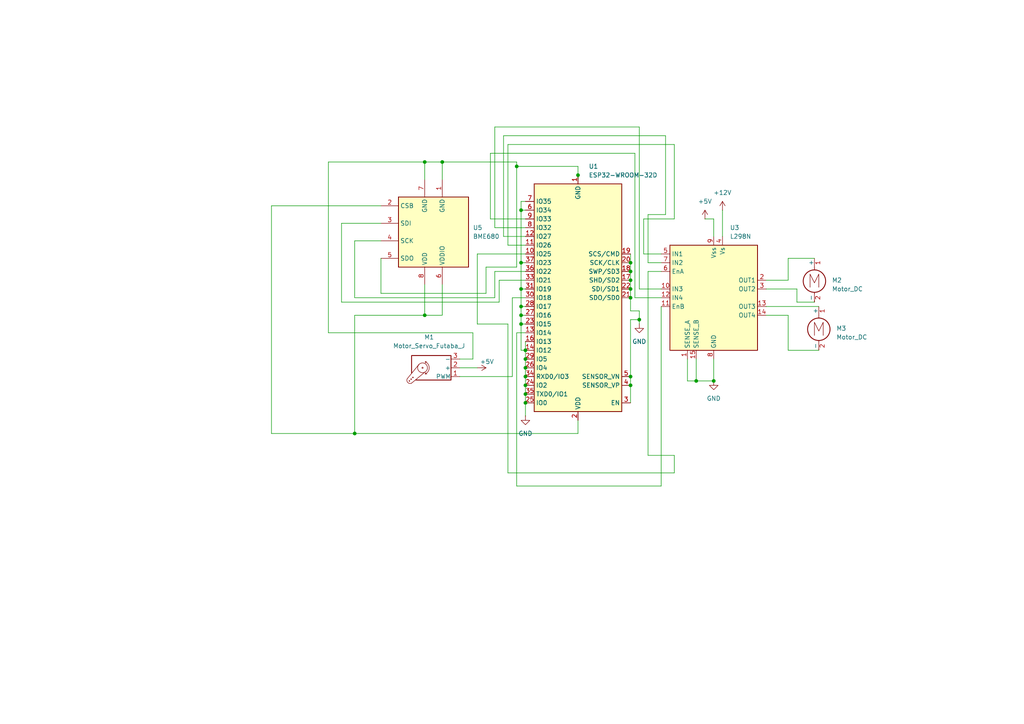
<source format=kicad_sch>
(kicad_sch
	(version 20250114)
	(generator "eeschema")
	(generator_version "9.0")
	(uuid "1cf770f4-da2b-4925-a138-1acaeb3aafb1")
	(paper "A4")
	(lib_symbols
		(symbol "Driver_Motor:L298N"
			(exclude_from_sim no)
			(in_bom yes)
			(on_board yes)
			(property "Reference" "U"
				(at -10.16 16.51 0)
				(effects
					(font
						(size 1.27 1.27)
					)
					(justify right)
				)
			)
			(property "Value" "L298N"
				(at 12.7 16.51 0)
				(effects
					(font
						(size 1.27 1.27)
					)
					(justify right)
				)
			)
			(property "Footprint" "Package_TO_SOT_THT:TO-220-15_P2.54x5.08mm_StaggerOdd_Lead4.58mm_Vertical"
				(at 1.27 -16.51 0)
				(effects
					(font
						(size 1.27 1.27)
					)
					(justify left)
					(hide yes)
				)
			)
			(property "Datasheet" "http://www.st.com/st-web-ui/static/active/en/resource/technical/document/datasheet/CD00000240.pdf"
				(at 3.81 6.35 0)
				(effects
					(font
						(size 1.27 1.27)
					)
					(hide yes)
				)
			)
			(property "Description" "Dual full bridge motor driver, up to 46V, 4A, Multiwatt15-V"
				(at 0 0 0)
				(effects
					(font
						(size 1.27 1.27)
					)
					(hide yes)
				)
			)
			(property "ki_keywords" "H-bridge motor driver"
				(at 0 0 0)
				(effects
					(font
						(size 1.27 1.27)
					)
					(hide yes)
				)
			)
			(property "ki_fp_filters" "TO?220*StaggerOdd*Vertical*"
				(at 0 0 0)
				(effects
					(font
						(size 1.27 1.27)
					)
					(hide yes)
				)
			)
			(symbol "L298N_0_1"
				(rectangle
					(start -12.7 15.24)
					(end 12.7 -15.24)
					(stroke
						(width 0.254)
						(type default)
					)
					(fill
						(type background)
					)
				)
			)
			(symbol "L298N_1_1"
				(pin input line
					(at -15.24 12.7 0)
					(length 2.54)
					(name "IN1"
						(effects
							(font
								(size 1.27 1.27)
							)
						)
					)
					(number "5"
						(effects
							(font
								(size 1.27 1.27)
							)
						)
					)
				)
				(pin input line
					(at -15.24 10.16 0)
					(length 2.54)
					(name "IN2"
						(effects
							(font
								(size 1.27 1.27)
							)
						)
					)
					(number "7"
						(effects
							(font
								(size 1.27 1.27)
							)
						)
					)
				)
				(pin input line
					(at -15.24 7.62 0)
					(length 2.54)
					(name "EnA"
						(effects
							(font
								(size 1.27 1.27)
							)
						)
					)
					(number "6"
						(effects
							(font
								(size 1.27 1.27)
							)
						)
					)
				)
				(pin input line
					(at -15.24 2.54 0)
					(length 2.54)
					(name "IN3"
						(effects
							(font
								(size 1.27 1.27)
							)
						)
					)
					(number "10"
						(effects
							(font
								(size 1.27 1.27)
							)
						)
					)
				)
				(pin input line
					(at -15.24 0 0)
					(length 2.54)
					(name "IN4"
						(effects
							(font
								(size 1.27 1.27)
							)
						)
					)
					(number "12"
						(effects
							(font
								(size 1.27 1.27)
							)
						)
					)
				)
				(pin input line
					(at -15.24 -2.54 0)
					(length 2.54)
					(name "EnB"
						(effects
							(font
								(size 1.27 1.27)
							)
						)
					)
					(number "11"
						(effects
							(font
								(size 1.27 1.27)
							)
						)
					)
				)
				(pin input line
					(at -7.62 -17.78 90)
					(length 2.54)
					(name "SENSE_A"
						(effects
							(font
								(size 1.27 1.27)
							)
						)
					)
					(number "1"
						(effects
							(font
								(size 1.27 1.27)
							)
						)
					)
				)
				(pin input line
					(at -5.08 -17.78 90)
					(length 2.54)
					(name "SENSE_B"
						(effects
							(font
								(size 1.27 1.27)
							)
						)
					)
					(number "15"
						(effects
							(font
								(size 1.27 1.27)
							)
						)
					)
				)
				(pin power_in line
					(at 0 17.78 270)
					(length 2.54)
					(name "Vss"
						(effects
							(font
								(size 1.27 1.27)
							)
						)
					)
					(number "9"
						(effects
							(font
								(size 1.27 1.27)
							)
						)
					)
				)
				(pin power_in line
					(at 0 -17.78 90)
					(length 2.54)
					(name "GND"
						(effects
							(font
								(size 1.27 1.27)
							)
						)
					)
					(number "8"
						(effects
							(font
								(size 1.27 1.27)
							)
						)
					)
				)
				(pin power_in line
					(at 2.54 17.78 270)
					(length 2.54)
					(name "Vs"
						(effects
							(font
								(size 1.27 1.27)
							)
						)
					)
					(number "4"
						(effects
							(font
								(size 1.27 1.27)
							)
						)
					)
				)
				(pin output line
					(at 15.24 5.08 180)
					(length 2.54)
					(name "OUT1"
						(effects
							(font
								(size 1.27 1.27)
							)
						)
					)
					(number "2"
						(effects
							(font
								(size 1.27 1.27)
							)
						)
					)
				)
				(pin output line
					(at 15.24 2.54 180)
					(length 2.54)
					(name "OUT2"
						(effects
							(font
								(size 1.27 1.27)
							)
						)
					)
					(number "3"
						(effects
							(font
								(size 1.27 1.27)
							)
						)
					)
				)
				(pin output line
					(at 15.24 -2.54 180)
					(length 2.54)
					(name "OUT3"
						(effects
							(font
								(size 1.27 1.27)
							)
						)
					)
					(number "13"
						(effects
							(font
								(size 1.27 1.27)
							)
						)
					)
				)
				(pin output line
					(at 15.24 -5.08 180)
					(length 2.54)
					(name "OUT4"
						(effects
							(font
								(size 1.27 1.27)
							)
						)
					)
					(number "14"
						(effects
							(font
								(size 1.27 1.27)
							)
						)
					)
				)
			)
			(embedded_fonts no)
		)
		(symbol "Motor:Motor_DC"
			(pin_names
				(offset 0)
			)
			(exclude_from_sim no)
			(in_bom yes)
			(on_board yes)
			(property "Reference" "M"
				(at 2.54 2.54 0)
				(effects
					(font
						(size 1.27 1.27)
					)
					(justify left)
				)
			)
			(property "Value" "Motor_DC"
				(at 2.54 -5.08 0)
				(effects
					(font
						(size 1.27 1.27)
					)
					(justify left top)
				)
			)
			(property "Footprint" ""
				(at 0 -2.286 0)
				(effects
					(font
						(size 1.27 1.27)
					)
					(hide yes)
				)
			)
			(property "Datasheet" "~"
				(at 0 -2.286 0)
				(effects
					(font
						(size 1.27 1.27)
					)
					(hide yes)
				)
			)
			(property "Description" "DC Motor"
				(at 0 0 0)
				(effects
					(font
						(size 1.27 1.27)
					)
					(hide yes)
				)
			)
			(property "ki_keywords" "DC Motor"
				(at 0 0 0)
				(effects
					(font
						(size 1.27 1.27)
					)
					(hide yes)
				)
			)
			(property "ki_fp_filters" "PinHeader*P2.54mm* TerminalBlock*"
				(at 0 0 0)
				(effects
					(font
						(size 1.27 1.27)
					)
					(hide yes)
				)
			)
			(symbol "Motor_DC_0_0"
				(polyline
					(pts
						(xy -1.27 -3.302) (xy -1.27 0.508) (xy 0 -2.032) (xy 1.27 0.508) (xy 1.27 -3.302)
					)
					(stroke
						(width 0)
						(type default)
					)
					(fill
						(type none)
					)
				)
			)
			(symbol "Motor_DC_0_1"
				(polyline
					(pts
						(xy 0 2.032) (xy 0 2.54)
					)
					(stroke
						(width 0)
						(type default)
					)
					(fill
						(type none)
					)
				)
				(polyline
					(pts
						(xy 0 1.7272) (xy 0 2.0828)
					)
					(stroke
						(width 0)
						(type default)
					)
					(fill
						(type none)
					)
				)
				(circle
					(center 0 -1.524)
					(radius 3.2512)
					(stroke
						(width 0.254)
						(type default)
					)
					(fill
						(type none)
					)
				)
				(polyline
					(pts
						(xy 0 -4.7752) (xy 0 -5.1816)
					)
					(stroke
						(width 0)
						(type default)
					)
					(fill
						(type none)
					)
				)
				(polyline
					(pts
						(xy 0 -7.62) (xy 0 -7.112)
					)
					(stroke
						(width 0)
						(type default)
					)
					(fill
						(type none)
					)
				)
			)
			(symbol "Motor_DC_1_1"
				(pin passive line
					(at 0 5.08 270)
					(length 2.54)
					(name "+"
						(effects
							(font
								(size 1.27 1.27)
							)
						)
					)
					(number "1"
						(effects
							(font
								(size 1.27 1.27)
							)
						)
					)
				)
				(pin passive line
					(at 0 -7.62 90)
					(length 2.54)
					(name "-"
						(effects
							(font
								(size 1.27 1.27)
							)
						)
					)
					(number "2"
						(effects
							(font
								(size 1.27 1.27)
							)
						)
					)
				)
			)
			(embedded_fonts no)
		)
		(symbol "Motor:Motor_Servo_Futaba_J"
			(pin_names
				(offset 0.0254)
			)
			(exclude_from_sim no)
			(in_bom yes)
			(on_board yes)
			(property "Reference" "M"
				(at -5.08 4.445 0)
				(effects
					(font
						(size 1.27 1.27)
					)
					(justify left)
				)
			)
			(property "Value" "Motor_Servo_Futaba_J"
				(at -5.08 -4.064 0)
				(effects
					(font
						(size 1.27 1.27)
					)
					(justify left top)
				)
			)
			(property "Footprint" ""
				(at 0 -4.826 0)
				(effects
					(font
						(size 1.27 1.27)
					)
					(hide yes)
				)
			)
			(property "Datasheet" "http://forums.parallax.com/uploads/attachments/46831/74481.png"
				(at 0 -4.826 0)
				(effects
					(font
						(size 1.27 1.27)
					)
					(hide yes)
				)
			)
			(property "Description" "Servo Motor (Futuba J-connector)"
				(at 0 0 0)
				(effects
					(font
						(size 1.27 1.27)
					)
					(hide yes)
				)
			)
			(property "ki_keywords" "Servo Motor"
				(at 0 0 0)
				(effects
					(font
						(size 1.27 1.27)
					)
					(hide yes)
				)
			)
			(property "ki_fp_filters" "PinHeader*P2.54mm*"
				(at 0 0 0)
				(effects
					(font
						(size 1.27 1.27)
					)
					(hide yes)
				)
			)
			(symbol "Motor_Servo_Futaba_J_0_1"
				(polyline
					(pts
						(xy 2.413 1.778) (xy 1.905 1.778)
					)
					(stroke
						(width 0)
						(type default)
					)
					(fill
						(type none)
					)
				)
				(polyline
					(pts
						(xy 2.413 1.778) (xy 2.286 1.397)
					)
					(stroke
						(width 0)
						(type default)
					)
					(fill
						(type none)
					)
				)
				(polyline
					(pts
						(xy 2.413 -1.778) (xy 2.032 -1.778)
					)
					(stroke
						(width 0)
						(type default)
					)
					(fill
						(type none)
					)
				)
				(polyline
					(pts
						(xy 2.413 -1.778) (xy 2.286 -1.397)
					)
					(stroke
						(width 0)
						(type default)
					)
					(fill
						(type none)
					)
				)
				(arc
					(start 2.413 -1.778)
					(mid 1.2406 0)
					(end 2.413 1.778)
					(stroke
						(width 0)
						(type default)
					)
					(fill
						(type none)
					)
				)
				(circle
					(center 3.175 0)
					(radius 0.1778)
					(stroke
						(width 0)
						(type default)
					)
					(fill
						(type none)
					)
				)
				(circle
					(center 3.175 0)
					(radius 1.4224)
					(stroke
						(width 0)
						(type default)
					)
					(fill
						(type none)
					)
				)
				(polyline
					(pts
						(xy 5.08 3.556) (xy -5.08 3.556) (xy -5.08 -3.556) (xy 6.35 -3.556) (xy 6.35 1.524)
					)
					(stroke
						(width 0.254)
						(type default)
					)
					(fill
						(type none)
					)
				)
				(circle
					(center 5.969 2.794)
					(radius 0.127)
					(stroke
						(width 0)
						(type default)
					)
					(fill
						(type none)
					)
				)
				(polyline
					(pts
						(xy 6.35 4.445) (xy 2.54 1.27)
					)
					(stroke
						(width 0)
						(type default)
					)
					(fill
						(type none)
					)
				)
				(circle
					(center 6.477 3.302)
					(radius 0.127)
					(stroke
						(width 0)
						(type default)
					)
					(fill
						(type none)
					)
				)
				(arc
					(start 6.35 4.445)
					(mid 7.4487 4.2737)
					(end 7.62 3.175)
					(stroke
						(width 0)
						(type default)
					)
					(fill
						(type none)
					)
				)
				(circle
					(center 6.985 3.81)
					(radius 0.127)
					(stroke
						(width 0)
						(type default)
					)
					(fill
						(type none)
					)
				)
				(polyline
					(pts
						(xy 7.62 3.175) (xy 4.191 -1.016)
					)
					(stroke
						(width 0)
						(type default)
					)
					(fill
						(type none)
					)
				)
			)
			(symbol "Motor_Servo_Futaba_J_1_1"
				(pin passive line
					(at -7.62 2.54 0)
					(length 2.54)
					(name "PWM"
						(effects
							(font
								(size 1.27 1.27)
							)
						)
					)
					(number "1"
						(effects
							(font
								(size 1.27 1.27)
							)
						)
					)
				)
				(pin passive line
					(at -7.62 0 0)
					(length 2.54)
					(name "+"
						(effects
							(font
								(size 1.27 1.27)
							)
						)
					)
					(number "2"
						(effects
							(font
								(size 1.27 1.27)
							)
						)
					)
				)
				(pin passive line
					(at -7.62 -2.54 0)
					(length 2.54)
					(name "-"
						(effects
							(font
								(size 1.27 1.27)
							)
						)
					)
					(number "3"
						(effects
							(font
								(size 1.27 1.27)
							)
						)
					)
				)
			)
			(embedded_fonts no)
		)
		(symbol "RF_Module:ESP32-WROOM-32D"
			(exclude_from_sim no)
			(in_bom yes)
			(on_board yes)
			(property "Reference" "U"
				(at -12.7 34.29 0)
				(effects
					(font
						(size 1.27 1.27)
					)
					(justify left)
				)
			)
			(property "Value" "ESP32-WROOM-32D"
				(at 1.27 34.29 0)
				(effects
					(font
						(size 1.27 1.27)
					)
					(justify left)
				)
			)
			(property "Footprint" "RF_Module:ESP32-WROOM-32D"
				(at 16.51 -34.29 0)
				(effects
					(font
						(size 1.27 1.27)
					)
					(hide yes)
				)
			)
			(property "Datasheet" "https://www.espressif.com/sites/default/files/documentation/esp32-wroom-32d_esp32-wroom-32u_datasheet_en.pdf"
				(at -7.62 1.27 0)
				(effects
					(font
						(size 1.27 1.27)
					)
					(hide yes)
				)
			)
			(property "Description" "RF Module, ESP32-D0WD SoC, Wi-Fi 802.11b/g/n, Bluetooth, BLE, 32-bit, 2.7-3.6V, onboard antenna, SMD"
				(at 0 0 0)
				(effects
					(font
						(size 1.27 1.27)
					)
					(hide yes)
				)
			)
			(property "ki_keywords" "RF Radio BT ESP ESP32 Espressif onboard PCB antenna"
				(at 0 0 0)
				(effects
					(font
						(size 1.27 1.27)
					)
					(hide yes)
				)
			)
			(property "ki_fp_filters" "ESP32?WROOM?32D*"
				(at 0 0 0)
				(effects
					(font
						(size 1.27 1.27)
					)
					(hide yes)
				)
			)
			(symbol "ESP32-WROOM-32D_0_1"
				(rectangle
					(start -12.7 33.02)
					(end 12.7 -33.02)
					(stroke
						(width 0.254)
						(type default)
					)
					(fill
						(type background)
					)
				)
			)
			(symbol "ESP32-WROOM-32D_1_1"
				(pin input line
					(at -15.24 30.48 0)
					(length 2.54)
					(name "EN"
						(effects
							(font
								(size 1.27 1.27)
							)
						)
					)
					(number "3"
						(effects
							(font
								(size 1.27 1.27)
							)
						)
					)
				)
				(pin input line
					(at -15.24 25.4 0)
					(length 2.54)
					(name "SENSOR_VP"
						(effects
							(font
								(size 1.27 1.27)
							)
						)
					)
					(number "4"
						(effects
							(font
								(size 1.27 1.27)
							)
						)
					)
				)
				(pin input line
					(at -15.24 22.86 0)
					(length 2.54)
					(name "SENSOR_VN"
						(effects
							(font
								(size 1.27 1.27)
							)
						)
					)
					(number "5"
						(effects
							(font
								(size 1.27 1.27)
							)
						)
					)
				)
				(pin bidirectional line
					(at -15.24 0 0)
					(length 2.54)
					(name "SDO/SD0"
						(effects
							(font
								(size 1.27 1.27)
							)
						)
					)
					(number "21"
						(effects
							(font
								(size 1.27 1.27)
							)
						)
					)
				)
				(pin bidirectional line
					(at -15.24 -2.54 0)
					(length 2.54)
					(name "SDI/SD1"
						(effects
							(font
								(size 1.27 1.27)
							)
						)
					)
					(number "22"
						(effects
							(font
								(size 1.27 1.27)
							)
						)
					)
				)
				(pin bidirectional line
					(at -15.24 -5.08 0)
					(length 2.54)
					(name "SHD/SD2"
						(effects
							(font
								(size 1.27 1.27)
							)
						)
					)
					(number "17"
						(effects
							(font
								(size 1.27 1.27)
							)
						)
					)
				)
				(pin bidirectional line
					(at -15.24 -7.62 0)
					(length 2.54)
					(name "SWP/SD3"
						(effects
							(font
								(size 1.27 1.27)
							)
						)
					)
					(number "18"
						(effects
							(font
								(size 1.27 1.27)
							)
						)
					)
				)
				(pin bidirectional line
					(at -15.24 -10.16 0)
					(length 2.54)
					(name "SCK/CLK"
						(effects
							(font
								(size 1.27 1.27)
							)
						)
					)
					(number "20"
						(effects
							(font
								(size 1.27 1.27)
							)
						)
					)
				)
				(pin bidirectional line
					(at -15.24 -12.7 0)
					(length 2.54)
					(name "SCS/CMD"
						(effects
							(font
								(size 1.27 1.27)
							)
						)
					)
					(number "19"
						(effects
							(font
								(size 1.27 1.27)
							)
						)
					)
				)
				(pin no_connect line
					(at -12.7 -27.94 0)
					(length 2.54)
					(hide yes)
					(name "NC"
						(effects
							(font
								(size 1.27 1.27)
							)
						)
					)
					(number "32"
						(effects
							(font
								(size 1.27 1.27)
							)
						)
					)
				)
				(pin power_in line
					(at 0 35.56 270)
					(length 2.54)
					(name "VDD"
						(effects
							(font
								(size 1.27 1.27)
							)
						)
					)
					(number "2"
						(effects
							(font
								(size 1.27 1.27)
							)
						)
					)
				)
				(pin power_in line
					(at 0 -35.56 90)
					(length 2.54)
					(name "GND"
						(effects
							(font
								(size 1.27 1.27)
							)
						)
					)
					(number "1"
						(effects
							(font
								(size 1.27 1.27)
							)
						)
					)
				)
				(pin passive line
					(at 0 -35.56 90)
					(length 2.54)
					(hide yes)
					(name "GND"
						(effects
							(font
								(size 1.27 1.27)
							)
						)
					)
					(number "15"
						(effects
							(font
								(size 1.27 1.27)
							)
						)
					)
				)
				(pin passive line
					(at 0 -35.56 90)
					(length 2.54)
					(hide yes)
					(name "GND"
						(effects
							(font
								(size 1.27 1.27)
							)
						)
					)
					(number "38"
						(effects
							(font
								(size 1.27 1.27)
							)
						)
					)
				)
				(pin passive line
					(at 0 -35.56 90)
					(length 2.54)
					(hide yes)
					(name "GND"
						(effects
							(font
								(size 1.27 1.27)
							)
						)
					)
					(number "39"
						(effects
							(font
								(size 1.27 1.27)
							)
						)
					)
				)
				(pin bidirectional line
					(at 15.24 30.48 180)
					(length 2.54)
					(name "IO0"
						(effects
							(font
								(size 1.27 1.27)
							)
						)
					)
					(number "25"
						(effects
							(font
								(size 1.27 1.27)
							)
						)
					)
				)
				(pin bidirectional line
					(at 15.24 27.94 180)
					(length 2.54)
					(name "TXD0/IO1"
						(effects
							(font
								(size 1.27 1.27)
							)
						)
					)
					(number "35"
						(effects
							(font
								(size 1.27 1.27)
							)
						)
					)
				)
				(pin bidirectional line
					(at 15.24 25.4 180)
					(length 2.54)
					(name "IO2"
						(effects
							(font
								(size 1.27 1.27)
							)
						)
					)
					(number "24"
						(effects
							(font
								(size 1.27 1.27)
							)
						)
					)
				)
				(pin bidirectional line
					(at 15.24 22.86 180)
					(length 2.54)
					(name "RXD0/IO3"
						(effects
							(font
								(size 1.27 1.27)
							)
						)
					)
					(number "34"
						(effects
							(font
								(size 1.27 1.27)
							)
						)
					)
				)
				(pin bidirectional line
					(at 15.24 20.32 180)
					(length 2.54)
					(name "IO4"
						(effects
							(font
								(size 1.27 1.27)
							)
						)
					)
					(number "26"
						(effects
							(font
								(size 1.27 1.27)
							)
						)
					)
				)
				(pin bidirectional line
					(at 15.24 17.78 180)
					(length 2.54)
					(name "IO5"
						(effects
							(font
								(size 1.27 1.27)
							)
						)
					)
					(number "29"
						(effects
							(font
								(size 1.27 1.27)
							)
						)
					)
				)
				(pin bidirectional line
					(at 15.24 15.24 180)
					(length 2.54)
					(name "IO12"
						(effects
							(font
								(size 1.27 1.27)
							)
						)
					)
					(number "14"
						(effects
							(font
								(size 1.27 1.27)
							)
						)
					)
				)
				(pin bidirectional line
					(at 15.24 12.7 180)
					(length 2.54)
					(name "IO13"
						(effects
							(font
								(size 1.27 1.27)
							)
						)
					)
					(number "16"
						(effects
							(font
								(size 1.27 1.27)
							)
						)
					)
				)
				(pin bidirectional line
					(at 15.24 10.16 180)
					(length 2.54)
					(name "IO14"
						(effects
							(font
								(size 1.27 1.27)
							)
						)
					)
					(number "13"
						(effects
							(font
								(size 1.27 1.27)
							)
						)
					)
				)
				(pin bidirectional line
					(at 15.24 7.62 180)
					(length 2.54)
					(name "IO15"
						(effects
							(font
								(size 1.27 1.27)
							)
						)
					)
					(number "23"
						(effects
							(font
								(size 1.27 1.27)
							)
						)
					)
				)
				(pin bidirectional line
					(at 15.24 5.08 180)
					(length 2.54)
					(name "IO16"
						(effects
							(font
								(size 1.27 1.27)
							)
						)
					)
					(number "27"
						(effects
							(font
								(size 1.27 1.27)
							)
						)
					)
				)
				(pin bidirectional line
					(at 15.24 2.54 180)
					(length 2.54)
					(name "IO17"
						(effects
							(font
								(size 1.27 1.27)
							)
						)
					)
					(number "28"
						(effects
							(font
								(size 1.27 1.27)
							)
						)
					)
				)
				(pin bidirectional line
					(at 15.24 0 180)
					(length 2.54)
					(name "IO18"
						(effects
							(font
								(size 1.27 1.27)
							)
						)
					)
					(number "30"
						(effects
							(font
								(size 1.27 1.27)
							)
						)
					)
				)
				(pin bidirectional line
					(at 15.24 -2.54 180)
					(length 2.54)
					(name "IO19"
						(effects
							(font
								(size 1.27 1.27)
							)
						)
					)
					(number "31"
						(effects
							(font
								(size 1.27 1.27)
							)
						)
					)
				)
				(pin bidirectional line
					(at 15.24 -5.08 180)
					(length 2.54)
					(name "IO21"
						(effects
							(font
								(size 1.27 1.27)
							)
						)
					)
					(number "33"
						(effects
							(font
								(size 1.27 1.27)
							)
						)
					)
				)
				(pin bidirectional line
					(at 15.24 -7.62 180)
					(length 2.54)
					(name "IO22"
						(effects
							(font
								(size 1.27 1.27)
							)
						)
					)
					(number "36"
						(effects
							(font
								(size 1.27 1.27)
							)
						)
					)
				)
				(pin bidirectional line
					(at 15.24 -10.16 180)
					(length 2.54)
					(name "IO23"
						(effects
							(font
								(size 1.27 1.27)
							)
						)
					)
					(number "37"
						(effects
							(font
								(size 1.27 1.27)
							)
						)
					)
				)
				(pin bidirectional line
					(at 15.24 -12.7 180)
					(length 2.54)
					(name "IO25"
						(effects
							(font
								(size 1.27 1.27)
							)
						)
					)
					(number "10"
						(effects
							(font
								(size 1.27 1.27)
							)
						)
					)
				)
				(pin bidirectional line
					(at 15.24 -15.24 180)
					(length 2.54)
					(name "IO26"
						(effects
							(font
								(size 1.27 1.27)
							)
						)
					)
					(number "11"
						(effects
							(font
								(size 1.27 1.27)
							)
						)
					)
				)
				(pin bidirectional line
					(at 15.24 -17.78 180)
					(length 2.54)
					(name "IO27"
						(effects
							(font
								(size 1.27 1.27)
							)
						)
					)
					(number "12"
						(effects
							(font
								(size 1.27 1.27)
							)
						)
					)
				)
				(pin bidirectional line
					(at 15.24 -20.32 180)
					(length 2.54)
					(name "IO32"
						(effects
							(font
								(size 1.27 1.27)
							)
						)
					)
					(number "8"
						(effects
							(font
								(size 1.27 1.27)
							)
						)
					)
				)
				(pin bidirectional line
					(at 15.24 -22.86 180)
					(length 2.54)
					(name "IO33"
						(effects
							(font
								(size 1.27 1.27)
							)
						)
					)
					(number "9"
						(effects
							(font
								(size 1.27 1.27)
							)
						)
					)
				)
				(pin input line
					(at 15.24 -25.4 180)
					(length 2.54)
					(name "IO34"
						(effects
							(font
								(size 1.27 1.27)
							)
						)
					)
					(number "6"
						(effects
							(font
								(size 1.27 1.27)
							)
						)
					)
				)
				(pin input line
					(at 15.24 -27.94 180)
					(length 2.54)
					(name "IO35"
						(effects
							(font
								(size 1.27 1.27)
							)
						)
					)
					(number "7"
						(effects
							(font
								(size 1.27 1.27)
							)
						)
					)
				)
			)
			(embedded_fonts no)
		)
		(symbol "Sensor:BME680"
			(exclude_from_sim no)
			(in_bom yes)
			(on_board yes)
			(property "Reference" "U"
				(at -8.89 11.43 0)
				(effects
					(font
						(size 1.27 1.27)
					)
				)
			)
			(property "Value" "BME680"
				(at 7.62 11.43 0)
				(effects
					(font
						(size 1.27 1.27)
					)
				)
			)
			(property "Footprint" "Package_LGA:Bosch_LGA-8_3x3mm_P0.8mm_ClockwisePinNumbering"
				(at 36.83 -11.43 0)
				(effects
					(font
						(size 1.27 1.27)
					)
					(hide yes)
				)
			)
			(property "Datasheet" "https://ae-bst.resource.bosch.com/media/_tech/media/datasheets/BST-BME680-DS001.pdf"
				(at 0 -5.08 0)
				(effects
					(font
						(size 1.27 1.27)
					)
					(hide yes)
				)
			)
			(property "Description" "4-in-1 sensor, gas, humidity, pressure, temperature, I2C and SPI interface, 1.71-3.6V, LGA-8"
				(at 0 0 0)
				(effects
					(font
						(size 1.27 1.27)
					)
					(hide yes)
				)
			)
			(property "ki_keywords" "Bosch gas pressure humidity temperature environment environmental measurement digital"
				(at 0 0 0)
				(effects
					(font
						(size 1.27 1.27)
					)
					(hide yes)
				)
			)
			(property "ki_fp_filters" "*LGA*3x3mm*P0.8mm*Clockwise*"
				(at 0 0 0)
				(effects
					(font
						(size 1.27 1.27)
					)
					(hide yes)
				)
			)
			(symbol "BME680_0_1"
				(rectangle
					(start -10.16 10.16)
					(end 10.16 -10.16)
					(stroke
						(width 0.254)
						(type default)
					)
					(fill
						(type background)
					)
				)
			)
			(symbol "BME680_1_1"
				(pin power_in line
					(at -2.54 15.24 270)
					(length 5.08)
					(name "VDDIO"
						(effects
							(font
								(size 1.27 1.27)
							)
						)
					)
					(number "6"
						(effects
							(font
								(size 1.27 1.27)
							)
						)
					)
				)
				(pin power_in line
					(at -2.54 -15.24 90)
					(length 5.08)
					(name "GND"
						(effects
							(font
								(size 1.27 1.27)
							)
						)
					)
					(number "1"
						(effects
							(font
								(size 1.27 1.27)
							)
						)
					)
				)
				(pin power_in line
					(at 2.54 15.24 270)
					(length 5.08)
					(name "VDD"
						(effects
							(font
								(size 1.27 1.27)
							)
						)
					)
					(number "8"
						(effects
							(font
								(size 1.27 1.27)
							)
						)
					)
				)
				(pin power_in line
					(at 2.54 -15.24 90)
					(length 5.08)
					(name "GND"
						(effects
							(font
								(size 1.27 1.27)
							)
						)
					)
					(number "7"
						(effects
							(font
								(size 1.27 1.27)
							)
						)
					)
				)
				(pin bidirectional line
					(at 15.24 7.62 180)
					(length 5.08)
					(name "SDO"
						(effects
							(font
								(size 1.27 1.27)
							)
						)
					)
					(number "5"
						(effects
							(font
								(size 1.27 1.27)
							)
						)
					)
				)
				(pin input line
					(at 15.24 2.54 180)
					(length 5.08)
					(name "SCK"
						(effects
							(font
								(size 1.27 1.27)
							)
						)
					)
					(number "4"
						(effects
							(font
								(size 1.27 1.27)
							)
						)
					)
				)
				(pin bidirectional line
					(at 15.24 -2.54 180)
					(length 5.08)
					(name "SDI"
						(effects
							(font
								(size 1.27 1.27)
							)
						)
					)
					(number "3"
						(effects
							(font
								(size 1.27 1.27)
							)
						)
					)
				)
				(pin input line
					(at 15.24 -7.62 180)
					(length 5.08)
					(name "CSB"
						(effects
							(font
								(size 1.27 1.27)
							)
						)
					)
					(number "2"
						(effects
							(font
								(size 1.27 1.27)
							)
						)
					)
				)
			)
			(embedded_fonts no)
		)
		(symbol "power:+12V"
			(power)
			(pin_numbers
				(hide yes)
			)
			(pin_names
				(offset 0)
				(hide yes)
			)
			(exclude_from_sim no)
			(in_bom yes)
			(on_board yes)
			(property "Reference" "#PWR"
				(at 0 -3.81 0)
				(effects
					(font
						(size 1.27 1.27)
					)
					(hide yes)
				)
			)
			(property "Value" "+12V"
				(at 0 3.556 0)
				(effects
					(font
						(size 1.27 1.27)
					)
				)
			)
			(property "Footprint" ""
				(at 0 0 0)
				(effects
					(font
						(size 1.27 1.27)
					)
					(hide yes)
				)
			)
			(property "Datasheet" ""
				(at 0 0 0)
				(effects
					(font
						(size 1.27 1.27)
					)
					(hide yes)
				)
			)
			(property "Description" "Power symbol creates a global label with name \"+12V\""
				(at 0 0 0)
				(effects
					(font
						(size 1.27 1.27)
					)
					(hide yes)
				)
			)
			(property "ki_keywords" "global power"
				(at 0 0 0)
				(effects
					(font
						(size 1.27 1.27)
					)
					(hide yes)
				)
			)
			(symbol "+12V_0_1"
				(polyline
					(pts
						(xy -0.762 1.27) (xy 0 2.54)
					)
					(stroke
						(width 0)
						(type default)
					)
					(fill
						(type none)
					)
				)
				(polyline
					(pts
						(xy 0 2.54) (xy 0.762 1.27)
					)
					(stroke
						(width 0)
						(type default)
					)
					(fill
						(type none)
					)
				)
				(polyline
					(pts
						(xy 0 0) (xy 0 2.54)
					)
					(stroke
						(width 0)
						(type default)
					)
					(fill
						(type none)
					)
				)
			)
			(symbol "+12V_1_1"
				(pin power_in line
					(at 0 0 90)
					(length 0)
					(name "~"
						(effects
							(font
								(size 1.27 1.27)
							)
						)
					)
					(number "1"
						(effects
							(font
								(size 1.27 1.27)
							)
						)
					)
				)
			)
			(embedded_fonts no)
		)
		(symbol "power:+5V"
			(power)
			(pin_numbers
				(hide yes)
			)
			(pin_names
				(offset 0)
				(hide yes)
			)
			(exclude_from_sim no)
			(in_bom yes)
			(on_board yes)
			(property "Reference" "#PWR"
				(at 0 -3.81 0)
				(effects
					(font
						(size 1.27 1.27)
					)
					(hide yes)
				)
			)
			(property "Value" "+5V"
				(at 0 3.556 0)
				(effects
					(font
						(size 1.27 1.27)
					)
				)
			)
			(property "Footprint" ""
				(at 0 0 0)
				(effects
					(font
						(size 1.27 1.27)
					)
					(hide yes)
				)
			)
			(property "Datasheet" ""
				(at 0 0 0)
				(effects
					(font
						(size 1.27 1.27)
					)
					(hide yes)
				)
			)
			(property "Description" "Power symbol creates a global label with name \"+5V\""
				(at 0 0 0)
				(effects
					(font
						(size 1.27 1.27)
					)
					(hide yes)
				)
			)
			(property "ki_keywords" "global power"
				(at 0 0 0)
				(effects
					(font
						(size 1.27 1.27)
					)
					(hide yes)
				)
			)
			(symbol "+5V_0_1"
				(polyline
					(pts
						(xy -0.762 1.27) (xy 0 2.54)
					)
					(stroke
						(width 0)
						(type default)
					)
					(fill
						(type none)
					)
				)
				(polyline
					(pts
						(xy 0 2.54) (xy 0.762 1.27)
					)
					(stroke
						(width 0)
						(type default)
					)
					(fill
						(type none)
					)
				)
				(polyline
					(pts
						(xy 0 0) (xy 0 2.54)
					)
					(stroke
						(width 0)
						(type default)
					)
					(fill
						(type none)
					)
				)
			)
			(symbol "+5V_1_1"
				(pin power_in line
					(at 0 0 90)
					(length 0)
					(name "~"
						(effects
							(font
								(size 1.27 1.27)
							)
						)
					)
					(number "1"
						(effects
							(font
								(size 1.27 1.27)
							)
						)
					)
				)
			)
			(embedded_fonts no)
		)
		(symbol "power:GND"
			(power)
			(pin_numbers
				(hide yes)
			)
			(pin_names
				(offset 0)
				(hide yes)
			)
			(exclude_from_sim no)
			(in_bom yes)
			(on_board yes)
			(property "Reference" "#PWR"
				(at 0 -6.35 0)
				(effects
					(font
						(size 1.27 1.27)
					)
					(hide yes)
				)
			)
			(property "Value" "GND"
				(at 0 -3.81 0)
				(effects
					(font
						(size 1.27 1.27)
					)
				)
			)
			(property "Footprint" ""
				(at 0 0 0)
				(effects
					(font
						(size 1.27 1.27)
					)
					(hide yes)
				)
			)
			(property "Datasheet" ""
				(at 0 0 0)
				(effects
					(font
						(size 1.27 1.27)
					)
					(hide yes)
				)
			)
			(property "Description" "Power symbol creates a global label with name \"GND\" , ground"
				(at 0 0 0)
				(effects
					(font
						(size 1.27 1.27)
					)
					(hide yes)
				)
			)
			(property "ki_keywords" "global power"
				(at 0 0 0)
				(effects
					(font
						(size 1.27 1.27)
					)
					(hide yes)
				)
			)
			(symbol "GND_0_1"
				(polyline
					(pts
						(xy 0 0) (xy 0 -1.27) (xy 1.27 -1.27) (xy 0 -2.54) (xy -1.27 -1.27) (xy 0 -1.27)
					)
					(stroke
						(width 0)
						(type default)
					)
					(fill
						(type none)
					)
				)
			)
			(symbol "GND_1_1"
				(pin power_in line
					(at 0 0 270)
					(length 0)
					(name "~"
						(effects
							(font
								(size 1.27 1.27)
							)
						)
					)
					(number "1"
						(effects
							(font
								(size 1.27 1.27)
							)
						)
					)
				)
			)
			(embedded_fonts no)
		)
	)
	(junction
		(at 152.4 101.6)
		(diameter 0)
		(color 0 0 0 0)
		(uuid "058e43d2-d147-4369-a5a2-4519baa50674")
	)
	(junction
		(at 182.88 78.74)
		(diameter 0)
		(color 0 0 0 0)
		(uuid "072af768-a106-45ac-802e-0ca529cfba2e")
	)
	(junction
		(at 151.13 88.9)
		(diameter 0)
		(color 0 0 0 0)
		(uuid "1d21618b-af15-43c3-9d06-104b67d5f94b")
	)
	(junction
		(at 185.42 92.71)
		(diameter 0)
		(color 0 0 0 0)
		(uuid "1e626368-b77d-4227-952d-7f9cb6233752")
	)
	(junction
		(at 151.13 91.44)
		(diameter 0)
		(color 0 0 0 0)
		(uuid "20a56f38-cb71-4d61-895b-f3be234602b0")
	)
	(junction
		(at 152.4 104.14)
		(diameter 0)
		(color 0 0 0 0)
		(uuid "20c02bff-782b-4888-9079-8c7c51910796")
	)
	(junction
		(at 102.87 125.73)
		(diameter 0)
		(color 0 0 0 0)
		(uuid "20e818fc-791d-47f7-a02d-a56bdf0dfeb9")
	)
	(junction
		(at 151.13 83.82)
		(diameter 0)
		(color 0 0 0 0)
		(uuid "25b4b22f-7405-4e22-9083-3b15ca9c1015")
	)
	(junction
		(at 207.01 110.49)
		(diameter 0)
		(color 0 0 0 0)
		(uuid "32ffbe4b-e132-4431-b6af-cb748634fca7")
	)
	(junction
		(at 152.4 116.84)
		(diameter 0)
		(color 0 0 0 0)
		(uuid "369ca532-8c54-4c0c-abfc-d9126887724e")
	)
	(junction
		(at 123.19 46.99)
		(diameter 0)
		(color 0 0 0 0)
		(uuid "38330fea-9c4e-40f0-b84f-fa4ca1c2cc8a")
	)
	(junction
		(at 152.4 114.3)
		(diameter 0)
		(color 0 0 0 0)
		(uuid "5e52be60-4828-47bd-bd45-0794400aff2e")
	)
	(junction
		(at 128.27 46.99)
		(diameter 0)
		(color 0 0 0 0)
		(uuid "691cf331-7f53-4da9-bdf4-1e888950bf13")
	)
	(junction
		(at 151.13 76.2)
		(diameter 0)
		(color 0 0 0 0)
		(uuid "8b06e9dd-b23d-4eab-8c25-5a18d3665b4c")
	)
	(junction
		(at 182.88 109.22)
		(diameter 0)
		(color 0 0 0 0)
		(uuid "8c9f25db-3064-4cee-842f-4d3c669cc193")
	)
	(junction
		(at 149.86 48.26)
		(diameter 0)
		(color 0 0 0 0)
		(uuid "969a5b41-eea7-4712-9365-a7e9daa54ec7")
	)
	(junction
		(at 152.4 111.76)
		(diameter 0)
		(color 0 0 0 0)
		(uuid "a1ae09fc-fb22-45b2-ab03-f0b168860d88")
	)
	(junction
		(at 167.64 50.8)
		(diameter 0)
		(color 0 0 0 0)
		(uuid "a9a3e51a-6023-4db2-b0ee-d4ae0aa6b13d")
	)
	(junction
		(at 201.93 110.49)
		(diameter 0)
		(color 0 0 0 0)
		(uuid "adfe8b4e-2ccc-4984-99f6-7afcc07adc03")
	)
	(junction
		(at 182.88 111.76)
		(diameter 0)
		(color 0 0 0 0)
		(uuid "c7fb56c4-5662-4723-bdf0-2efa33acf783")
	)
	(junction
		(at 182.88 83.82)
		(diameter 0)
		(color 0 0 0 0)
		(uuid "cda817b6-8c6d-49a0-b267-edd71fe4a9ca")
	)
	(junction
		(at 182.88 81.28)
		(diameter 0)
		(color 0 0 0 0)
		(uuid "cf41fd55-e1cf-4d59-b39e-bdbe3c45be4d")
	)
	(junction
		(at 152.4 106.68)
		(diameter 0)
		(color 0 0 0 0)
		(uuid "d38a11fb-8055-4c50-8ef0-8299595d6cb1")
	)
	(junction
		(at 182.88 76.2)
		(diameter 0)
		(color 0 0 0 0)
		(uuid "d3bbfd52-5726-443e-9655-9e93a8e92031")
	)
	(junction
		(at 151.13 93.98)
		(diameter 0)
		(color 0 0 0 0)
		(uuid "e6d65136-a1d6-4412-820b-72e85f90f5c4")
	)
	(junction
		(at 182.88 86.36)
		(diameter 0)
		(color 0 0 0 0)
		(uuid "ee5d9ba2-593e-4a00-8fdb-430d132117b6")
	)
	(junction
		(at 123.19 91.44)
		(diameter 0)
		(color 0 0 0 0)
		(uuid "eff0ef02-b890-442f-ab16-47cb5accb149")
	)
	(junction
		(at 151.13 60.96)
		(diameter 0)
		(color 0 0 0 0)
		(uuid "f9dcdc23-6c1e-4680-92d0-646a200ea2f5")
	)
	(junction
		(at 152.4 109.22)
		(diameter 0)
		(color 0 0 0 0)
		(uuid "fd748cb0-de86-4c97-a423-4ceb6806382a")
	)
	(wire
		(pts
			(xy 167.64 52.07) (xy 167.64 50.8)
		)
		(stroke
			(width 0)
			(type default)
		)
		(uuid "03288bc7-2932-4456-88b9-e8153b19e7a2")
	)
	(wire
		(pts
			(xy 187.96 76.2) (xy 191.77 76.2)
		)
		(stroke
			(width 0)
			(type default)
		)
		(uuid "06cf380a-6b0f-405b-9d4a-3bd84a717aed")
	)
	(wire
		(pts
			(xy 207.01 63.5) (xy 204.47 63.5)
		)
		(stroke
			(width 0)
			(type default)
		)
		(uuid "0a99a5b4-5057-4112-bdf8-0173f1d0a994")
	)
	(wire
		(pts
			(xy 195.58 63.5) (xy 186.69 63.5)
		)
		(stroke
			(width 0)
			(type default)
		)
		(uuid "0ac4cc5a-cc13-4d42-8143-a3357ac917ae")
	)
	(wire
		(pts
			(xy 152.4 78.74) (xy 143.51 78.74)
		)
		(stroke
			(width 0)
			(type default)
		)
		(uuid "0d937b0f-aca3-4f1e-90be-bde8b7c554d6")
	)
	(wire
		(pts
			(xy 152.4 63.5) (xy 142.24 63.5)
		)
		(stroke
			(width 0)
			(type default)
		)
		(uuid "10ea0715-8b00-4ce1-b575-c62c0e54cee3")
	)
	(wire
		(pts
			(xy 142.24 63.5) (xy 142.24 44.45)
		)
		(stroke
			(width 0)
			(type default)
		)
		(uuid "1184e0ce-7f30-4ae1-b6e9-da41ccbbc8ba")
	)
	(wire
		(pts
			(xy 137.16 104.14) (xy 137.16 96.52)
		)
		(stroke
			(width 0)
			(type default)
		)
		(uuid "1829e1fd-b422-492b-ad95-e94cb028ca6d")
	)
	(wire
		(pts
			(xy 231.14 83.82) (xy 231.14 87.63)
		)
		(stroke
			(width 0)
			(type default)
		)
		(uuid "1993eeac-68a3-450a-a8ff-e613960c287f")
	)
	(wire
		(pts
			(xy 187.96 132.08) (xy 187.96 78.74)
		)
		(stroke
			(width 0)
			(type default)
		)
		(uuid "1b0af640-664c-4149-abd7-472a8c00ebbd")
	)
	(wire
		(pts
			(xy 102.87 125.73) (xy 167.64 125.73)
		)
		(stroke
			(width 0)
			(type default)
		)
		(uuid "1ce71c2e-ba8c-4e77-a32e-b4a0d24e8827")
	)
	(wire
		(pts
			(xy 138.43 93.98) (xy 147.32 93.98)
		)
		(stroke
			(width 0)
			(type default)
		)
		(uuid "211f10cb-4530-45fb-aec3-61a29cced69c")
	)
	(wire
		(pts
			(xy 184.15 86.36) (xy 191.77 86.36)
		)
		(stroke
			(width 0)
			(type default)
		)
		(uuid "228e2870-98e9-498b-ada3-9bf64c77afe3")
	)
	(wire
		(pts
			(xy 95.25 46.99) (xy 123.19 46.99)
		)
		(stroke
			(width 0)
			(type default)
		)
		(uuid "26d5366b-f656-45fb-9fe2-8726865fd6dc")
	)
	(wire
		(pts
			(xy 110.49 59.69) (xy 78.74 59.69)
		)
		(stroke
			(width 0)
			(type default)
		)
		(uuid "29ae8af5-ce41-4b08-8d9d-96cf37445ef1")
	)
	(wire
		(pts
			(xy 186.69 73.66) (xy 191.77 73.66)
		)
		(stroke
			(width 0)
			(type default)
		)
		(uuid "2a8e45d0-3687-4283-972e-662f6eb242b9")
	)
	(wire
		(pts
			(xy 184.15 44.45) (xy 184.15 86.36)
		)
		(stroke
			(width 0)
			(type default)
		)
		(uuid "2c6d13a2-3fc1-405a-b240-a21b1740938a")
	)
	(wire
		(pts
			(xy 149.86 48.26) (xy 167.64 48.26)
		)
		(stroke
			(width 0)
			(type default)
		)
		(uuid "2d161c9f-4639-43da-89f9-f08badfcb66f")
	)
	(wire
		(pts
			(xy 199.39 110.49) (xy 201.93 110.49)
		)
		(stroke
			(width 0)
			(type default)
		)
		(uuid "2f6415d4-c22b-4395-9dcf-ef12256f86a0")
	)
	(wire
		(pts
			(xy 167.64 50.8) (xy 167.64 48.26)
		)
		(stroke
			(width 0)
			(type default)
		)
		(uuid "2f8ebee2-cdfd-4e43-97ed-d7ff755b392b")
	)
	(wire
		(pts
			(xy 128.27 52.07) (xy 128.27 46.99)
		)
		(stroke
			(width 0)
			(type default)
		)
		(uuid "33d44c84-88ab-4e57-9cb7-b7456f20e2cc")
	)
	(wire
		(pts
			(xy 128.27 46.99) (xy 149.86 46.99)
		)
		(stroke
			(width 0)
			(type default)
		)
		(uuid "35ff9f4f-8ce4-4487-96b0-9ec3296fd3ad")
	)
	(wire
		(pts
			(xy 152.4 106.68) (xy 152.4 109.22)
		)
		(stroke
			(width 0)
			(type default)
		)
		(uuid "398a06f8-fb7a-4cfe-b1ab-bdeab443249f")
	)
	(wire
		(pts
			(xy 102.87 125.73) (xy 102.87 91.44)
		)
		(stroke
			(width 0)
			(type default)
		)
		(uuid "3d900d20-1d9b-4a41-af19-3379f1862f5c")
	)
	(wire
		(pts
			(xy 187.96 78.74) (xy 191.77 78.74)
		)
		(stroke
			(width 0)
			(type default)
		)
		(uuid "437babcd-60bb-4ee6-b532-99aefb375f53")
	)
	(wire
		(pts
			(xy 151.13 83.82) (xy 151.13 88.9)
		)
		(stroke
			(width 0)
			(type default)
		)
		(uuid "44d611cf-7935-46db-9ca4-0366cda25724")
	)
	(wire
		(pts
			(xy 149.86 77.47) (xy 149.86 48.26)
		)
		(stroke
			(width 0)
			(type default)
		)
		(uuid "46ad37ee-784c-45d3-9a8e-2775d27e48da")
	)
	(wire
		(pts
			(xy 207.01 68.58) (xy 207.01 63.5)
		)
		(stroke
			(width 0)
			(type default)
		)
		(uuid "4fd33726-d16b-42a4-a99e-2d43bacb4025")
	)
	(wire
		(pts
			(xy 152.4 60.96) (xy 151.13 60.96)
		)
		(stroke
			(width 0)
			(type default)
		)
		(uuid "50635d8e-5f54-47c9-b8aa-42adc6de6f96")
	)
	(wire
		(pts
			(xy 151.13 88.9) (xy 151.13 91.44)
		)
		(stroke
			(width 0)
			(type default)
		)
		(uuid "517d44c1-8be1-4c95-a71c-8e1efed612f9")
	)
	(wire
		(pts
			(xy 222.25 88.9) (xy 237.49 88.9)
		)
		(stroke
			(width 0)
			(type default)
		)
		(uuid "532647f9-c836-400f-b30f-656f573a11e2")
	)
	(wire
		(pts
			(xy 182.88 92.71) (xy 185.42 92.71)
		)
		(stroke
			(width 0)
			(type default)
		)
		(uuid "53f93da0-a717-4159-8ed4-8bbf560bf2f3")
	)
	(wire
		(pts
			(xy 110.49 74.93) (xy 110.49 85.09)
		)
		(stroke
			(width 0)
			(type default)
		)
		(uuid "5419edae-6bc4-4cbc-b9cc-34710665d178")
	)
	(wire
		(pts
			(xy 182.88 86.36) (xy 182.88 90.17)
		)
		(stroke
			(width 0)
			(type default)
		)
		(uuid "55262250-efdf-4aee-aa65-07a2d9563df7")
	)
	(wire
		(pts
			(xy 152.4 111.76) (xy 152.4 114.3)
		)
		(stroke
			(width 0)
			(type default)
		)
		(uuid "58bd2d93-de8a-4baa-a137-ccb36750339c")
	)
	(wire
		(pts
			(xy 152.4 73.66) (xy 138.43 73.66)
		)
		(stroke
			(width 0)
			(type default)
		)
		(uuid "5be0a7fc-9e46-4ba8-a051-569562b63572")
	)
	(wire
		(pts
			(xy 140.97 77.47) (xy 149.86 77.47)
		)
		(stroke
			(width 0)
			(type default)
		)
		(uuid "5c22f1bf-b7f3-49a0-88e9-74ff6d9b7344")
	)
	(wire
		(pts
			(xy 147.32 137.16) (xy 195.58 137.16)
		)
		(stroke
			(width 0)
			(type default)
		)
		(uuid "636e38e7-a7a7-4c55-b1b2-7fb9316f9294")
	)
	(wire
		(pts
			(xy 102.87 91.44) (xy 123.19 91.44)
		)
		(stroke
			(width 0)
			(type default)
		)
		(uuid "63b53ec0-b020-4d99-b0e5-5bf59829f3ce")
	)
	(wire
		(pts
			(xy 151.13 58.42) (xy 151.13 60.96)
		)
		(stroke
			(width 0)
			(type default)
		)
		(uuid "671c6459-9b0e-4298-ac91-b3af4b3c0c65")
	)
	(wire
		(pts
			(xy 152.4 109.22) (xy 152.4 111.76)
		)
		(stroke
			(width 0)
			(type default)
		)
		(uuid "68eb6580-2c0a-4e4c-88d2-176b3f934741")
	)
	(wire
		(pts
			(xy 99.06 64.77) (xy 110.49 64.77)
		)
		(stroke
			(width 0)
			(type default)
		)
		(uuid "6ee48b57-6336-4da8-a5f7-de115c29a5c1")
	)
	(wire
		(pts
			(xy 152.4 88.9) (xy 151.13 88.9)
		)
		(stroke
			(width 0)
			(type default)
		)
		(uuid "73c064de-3256-4a5b-8c34-aa6e27bd3ed2")
	)
	(wire
		(pts
			(xy 146.05 68.58) (xy 146.05 39.37)
		)
		(stroke
			(width 0)
			(type default)
		)
		(uuid "77d7d2df-599d-46c2-ae1d-067ee9bed87f")
	)
	(wire
		(pts
			(xy 123.19 46.99) (xy 128.27 46.99)
		)
		(stroke
			(width 0)
			(type default)
		)
		(uuid "77f8161b-546d-4d9c-b177-d4ab850cd2e1")
	)
	(wire
		(pts
			(xy 148.59 109.22) (xy 148.59 86.36)
		)
		(stroke
			(width 0)
			(type default)
		)
		(uuid "7be08519-e39c-4b52-a361-67dc2c4d2998")
	)
	(wire
		(pts
			(xy 138.43 73.66) (xy 138.43 93.98)
		)
		(stroke
			(width 0)
			(type default)
		)
		(uuid "7da66bfc-7014-4ebe-ae9e-2e6cacff8b18")
	)
	(wire
		(pts
			(xy 123.19 46.99) (xy 123.19 52.07)
		)
		(stroke
			(width 0)
			(type default)
		)
		(uuid "8252c1cd-4dce-4097-8657-1d9c5daa3655")
	)
	(wire
		(pts
			(xy 182.88 92.71) (xy 182.88 109.22)
		)
		(stroke
			(width 0)
			(type default)
		)
		(uuid "82efc0ee-9d78-4889-b125-30f03909bfb9")
	)
	(wire
		(pts
			(xy 193.04 62.23) (xy 187.96 62.23)
		)
		(stroke
			(width 0)
			(type default)
		)
		(uuid "832a71d1-a277-4a12-b95a-f3a4f264bb3e")
	)
	(wire
		(pts
			(xy 228.6 101.6) (xy 237.49 101.6)
		)
		(stroke
			(width 0)
			(type default)
		)
		(uuid "83cc098c-25f4-4641-a84e-aeb67cf55576")
	)
	(wire
		(pts
			(xy 152.4 101.6) (xy 152.4 104.14)
		)
		(stroke
			(width 0)
			(type default)
		)
		(uuid "840e2eb9-11e1-4452-b24f-552c52c449ac")
	)
	(wire
		(pts
			(xy 167.64 121.92) (xy 167.64 125.73)
		)
		(stroke
			(width 0)
			(type default)
		)
		(uuid "8542f16b-c828-4c2c-b766-aef3aba411d4")
	)
	(wire
		(pts
			(xy 201.93 104.14) (xy 201.93 110.49)
		)
		(stroke
			(width 0)
			(type default)
		)
		(uuid "8858c7da-67f1-4132-a090-113999001149")
	)
	(wire
		(pts
			(xy 78.74 125.73) (xy 102.87 125.73)
		)
		(stroke
			(width 0)
			(type default)
		)
		(uuid "8d0e8080-f3d2-49b1-bf58-ff116e921f3c")
	)
	(wire
		(pts
			(xy 195.58 137.16) (xy 195.58 132.08)
		)
		(stroke
			(width 0)
			(type default)
		)
		(uuid "8d2c409a-e7b2-4658-9d0b-8a0f58e4d114")
	)
	(wire
		(pts
			(xy 128.27 91.44) (xy 123.19 91.44)
		)
		(stroke
			(width 0)
			(type default)
		)
		(uuid "8e3c0834-8582-4692-82d1-f8539e715c48")
	)
	(wire
		(pts
			(xy 144.78 87.63) (xy 99.06 87.63)
		)
		(stroke
			(width 0)
			(type default)
		)
		(uuid "8f86b123-e576-4217-8d28-9ddcea6f03b1")
	)
	(wire
		(pts
			(xy 149.86 140.97) (xy 191.77 140.97)
		)
		(stroke
			(width 0)
			(type default)
		)
		(uuid "9166a739-10e5-4a5d-add2-ee1c6a66f2ec")
	)
	(wire
		(pts
			(xy 182.88 109.22) (xy 182.88 111.76)
		)
		(stroke
			(width 0)
			(type default)
		)
		(uuid "968538b0-af5f-40a6-88e2-80b5587d0075")
	)
	(wire
		(pts
			(xy 222.25 91.44) (xy 228.6 91.44)
		)
		(stroke
			(width 0)
			(type default)
		)
		(uuid "9719d285-f1b0-49c0-99af-bd100d163bac")
	)
	(wire
		(pts
			(xy 231.14 87.63) (xy 236.22 87.63)
		)
		(stroke
			(width 0)
			(type default)
		)
		(uuid "97382777-678e-4d8b-9877-3ea0552cd969")
	)
	(wire
		(pts
			(xy 152.4 93.98) (xy 151.13 93.98)
		)
		(stroke
			(width 0)
			(type default)
		)
		(uuid "997faf59-b65f-439c-963c-ae1152f21ef3")
	)
	(wire
		(pts
			(xy 182.88 76.2) (xy 182.88 78.74)
		)
		(stroke
			(width 0)
			(type default)
		)
		(uuid "9bd2def1-17b0-4b9b-a46f-ac88bce49c24")
	)
	(wire
		(pts
			(xy 99.06 87.63) (xy 99.06 64.77)
		)
		(stroke
			(width 0)
			(type default)
		)
		(uuid "9c4eb1c6-11b2-41c6-b22e-83d2574183db")
	)
	(wire
		(pts
			(xy 187.96 62.23) (xy 187.96 76.2)
		)
		(stroke
			(width 0)
			(type default)
		)
		(uuid "a0616bc7-e3c1-4976-aeee-5ecb48dd69bb")
	)
	(wire
		(pts
			(xy 152.4 66.04) (xy 143.51 66.04)
		)
		(stroke
			(width 0)
			(type default)
		)
		(uuid "a1ab0b1b-6795-4572-a5eb-acc0a160309d")
	)
	(wire
		(pts
			(xy 191.77 88.9) (xy 191.77 140.97)
		)
		(stroke
			(width 0)
			(type default)
		)
		(uuid "a1f49ba0-76df-4f39-921c-cbc4da1b3373")
	)
	(wire
		(pts
			(xy 147.32 93.98) (xy 147.32 137.16)
		)
		(stroke
			(width 0)
			(type default)
		)
		(uuid "a21c788c-f55c-45ad-90ce-cab5dbb0cc4f")
	)
	(wire
		(pts
			(xy 143.51 86.36) (xy 102.87 86.36)
		)
		(stroke
			(width 0)
			(type default)
		)
		(uuid "a2c3d28c-a204-4264-a8c2-b1fcaa6b4e78")
	)
	(wire
		(pts
			(xy 147.32 71.12) (xy 147.32 41.91)
		)
		(stroke
			(width 0)
			(type default)
		)
		(uuid "a3094e60-aced-4a7d-962a-430db3c1a5a2")
	)
	(wire
		(pts
			(xy 152.4 76.2) (xy 151.13 76.2)
		)
		(stroke
			(width 0)
			(type default)
		)
		(uuid "a4d04920-7f20-4fe9-b13e-4e34f608b6fe")
	)
	(wire
		(pts
			(xy 133.35 104.14) (xy 137.16 104.14)
		)
		(stroke
			(width 0)
			(type default)
		)
		(uuid "a58f4e67-259f-4efa-b9c2-b42828bdc06b")
	)
	(wire
		(pts
			(xy 128.27 82.55) (xy 128.27 91.44)
		)
		(stroke
			(width 0)
			(type default)
		)
		(uuid "a69f94b0-e6e0-429f-8d5c-31e3dac2dc5d")
	)
	(wire
		(pts
			(xy 152.4 58.42) (xy 151.13 58.42)
		)
		(stroke
			(width 0)
			(type default)
		)
		(uuid "a8fec0fe-53c1-4dd6-a9ba-df60999a3b07")
	)
	(wire
		(pts
			(xy 228.6 81.28) (xy 228.6 74.93)
		)
		(stroke
			(width 0)
			(type default)
		)
		(uuid "a9fed3b4-946a-4301-bbde-8b3062b543b4")
	)
	(wire
		(pts
			(xy 152.4 71.12) (xy 147.32 71.12)
		)
		(stroke
			(width 0)
			(type default)
		)
		(uuid "ab22ba91-7102-4a58-8581-b6360349ae3e")
	)
	(wire
		(pts
			(xy 110.49 85.09) (xy 140.97 85.09)
		)
		(stroke
			(width 0)
			(type default)
		)
		(uuid "ace057d8-0a53-46dc-b405-1a57846c6c9a")
	)
	(wire
		(pts
			(xy 149.86 96.52) (xy 149.86 140.97)
		)
		(stroke
			(width 0)
			(type default)
		)
		(uuid "aea721d9-1d03-436b-ab6c-2abf4eb74561")
	)
	(wire
		(pts
			(xy 151.13 60.96) (xy 151.13 76.2)
		)
		(stroke
			(width 0)
			(type default)
		)
		(uuid "b61b2805-4b30-4bc3-bb66-784e81ed2ce0")
	)
	(wire
		(pts
			(xy 182.88 81.28) (xy 182.88 83.82)
		)
		(stroke
			(width 0)
			(type default)
		)
		(uuid "b66a09f8-f14d-411b-a11c-9d95f8f83f2a")
	)
	(wire
		(pts
			(xy 151.13 91.44) (xy 151.13 93.98)
		)
		(stroke
			(width 0)
			(type default)
		)
		(uuid "c0f1c20f-4042-44a4-a0d9-95c1b1c6fa25")
	)
	(wire
		(pts
			(xy 195.58 132.08) (xy 187.96 132.08)
		)
		(stroke
			(width 0)
			(type default)
		)
		(uuid "c2c6dd89-5171-472a-8f1a-2b4d55d03b7e")
	)
	(wire
		(pts
			(xy 209.55 60.96) (xy 209.55 68.58)
		)
		(stroke
			(width 0)
			(type default)
		)
		(uuid "c33f3cc2-406c-4344-bc74-f821f9507a3e")
	)
	(wire
		(pts
			(xy 207.01 104.14) (xy 207.01 110.49)
		)
		(stroke
			(width 0)
			(type default)
		)
		(uuid "c44b89d0-df44-4c3a-8e7c-cfd6f60d899f")
	)
	(wire
		(pts
			(xy 123.19 91.44) (xy 123.19 82.55)
		)
		(stroke
			(width 0)
			(type default)
		)
		(uuid "c4b56784-534b-4f2f-a933-27d17da7fb95")
	)
	(wire
		(pts
			(xy 142.24 44.45) (xy 184.15 44.45)
		)
		(stroke
			(width 0)
			(type default)
		)
		(uuid "c4f3cc13-4a11-49fb-b6e5-78de440d79a6")
	)
	(wire
		(pts
			(xy 144.78 81.28) (xy 144.78 87.63)
		)
		(stroke
			(width 0)
			(type default)
		)
		(uuid "c7950de2-032f-4bf6-b657-63c247efc05e")
	)
	(wire
		(pts
			(xy 146.05 39.37) (xy 193.04 39.37)
		)
		(stroke
			(width 0)
			(type default)
		)
		(uuid "c873ff1e-983a-4516-b71d-5d89f45a4d11")
	)
	(wire
		(pts
			(xy 199.39 104.14) (xy 199.39 110.49)
		)
		(stroke
			(width 0)
			(type default)
		)
		(uuid "ca027263-c537-4fbb-8c2d-8abb58b2cb15")
	)
	(wire
		(pts
			(xy 102.87 69.85) (xy 110.49 69.85)
		)
		(stroke
			(width 0)
			(type default)
		)
		(uuid "cadff8b6-edaa-4f0f-b29f-2b292c7e86cb")
	)
	(wire
		(pts
			(xy 185.42 83.82) (xy 191.77 83.82)
		)
		(stroke
			(width 0)
			(type default)
		)
		(uuid "cb2fe060-fc1f-4b67-9f6a-36689fcbf516")
	)
	(wire
		(pts
			(xy 152.4 104.14) (xy 152.4 106.68)
		)
		(stroke
			(width 0)
			(type default)
		)
		(uuid "ce9dc7c0-2452-45e7-a9eb-b6a73601af82")
	)
	(wire
		(pts
			(xy 228.6 74.93) (xy 236.22 74.93)
		)
		(stroke
			(width 0)
			(type default)
		)
		(uuid "d1de6ea3-621c-46f4-abba-1573b470868e")
	)
	(wire
		(pts
			(xy 151.13 76.2) (xy 151.13 83.82)
		)
		(stroke
			(width 0)
			(type default)
		)
		(uuid "d44cdf16-cf0c-4089-aa57-7fb728284780")
	)
	(wire
		(pts
			(xy 195.58 41.91) (xy 195.58 63.5)
		)
		(stroke
			(width 0)
			(type default)
		)
		(uuid "d5bec148-5be9-4884-8433-02441b028d5e")
	)
	(wire
		(pts
			(xy 151.13 101.6) (xy 152.4 101.6)
		)
		(stroke
			(width 0)
			(type default)
		)
		(uuid "d8c6cb85-db1b-4c0f-bb88-55854c8f2653")
	)
	(wire
		(pts
			(xy 151.13 93.98) (xy 151.13 101.6)
		)
		(stroke
			(width 0)
			(type default)
		)
		(uuid "dc24e823-3eeb-4697-b116-e5f17547c5af")
	)
	(wire
		(pts
			(xy 152.4 81.28) (xy 144.78 81.28)
		)
		(stroke
			(width 0)
			(type default)
		)
		(uuid "dc835810-2a3c-4c84-a72d-9a5fde3395c2")
	)
	(wire
		(pts
			(xy 143.51 66.04) (xy 143.51 36.83)
		)
		(stroke
			(width 0)
			(type default)
		)
		(uuid "dcf9d239-345d-459e-8ebb-45558cc3d0d8")
	)
	(wire
		(pts
			(xy 182.88 83.82) (xy 182.88 86.36)
		)
		(stroke
			(width 0)
			(type default)
		)
		(uuid "deb6a079-8093-4cf1-9c45-9356787db788")
	)
	(wire
		(pts
			(xy 143.51 36.83) (xy 185.42 36.83)
		)
		(stroke
			(width 0)
			(type default)
		)
		(uuid "dec4df87-84fa-4ed8-b8ec-a1a3b36fd0be")
	)
	(wire
		(pts
			(xy 102.87 86.36) (xy 102.87 69.85)
		)
		(stroke
			(width 0)
			(type default)
		)
		(uuid "dfab25ae-19c1-4b8c-9614-ecbdfa434bf5")
	)
	(wire
		(pts
			(xy 133.35 109.22) (xy 148.59 109.22)
		)
		(stroke
			(width 0)
			(type default)
		)
		(uuid "e03f9cc4-db3f-412a-aea9-3b6fa78defd6")
	)
	(wire
		(pts
			(xy 152.4 114.3) (xy 152.4 116.84)
		)
		(stroke
			(width 0)
			(type default)
		)
		(uuid "e160d19a-40fb-412f-9fb8-7693a4efca5a")
	)
	(wire
		(pts
			(xy 152.4 99.06) (xy 152.4 101.6)
		)
		(stroke
			(width 0)
			(type default)
		)
		(uuid "e1eb2469-37e9-481c-b68f-53d6e02368a3")
	)
	(wire
		(pts
			(xy 193.04 39.37) (xy 193.04 62.23)
		)
		(stroke
			(width 0)
			(type default)
		)
		(uuid "e1f63b9e-d91d-479f-8029-89137d303cf8")
	)
	(wire
		(pts
			(xy 152.4 83.82) (xy 151.13 83.82)
		)
		(stroke
			(width 0)
			(type default)
		)
		(uuid "e249f002-92ec-4944-944b-10ced3f5eb01")
	)
	(wire
		(pts
			(xy 182.88 78.74) (xy 182.88 81.28)
		)
		(stroke
			(width 0)
			(type default)
		)
		(uuid "e422aa2e-9e5e-44ed-bced-a2c5f5efe624")
	)
	(wire
		(pts
			(xy 182.88 111.76) (xy 182.88 116.84)
		)
		(stroke
			(width 0)
			(type default)
		)
		(uuid "e5461723-cdfb-4572-87b2-9510b5c398a9")
	)
	(wire
		(pts
			(xy 185.42 90.17) (xy 185.42 92.71)
		)
		(stroke
			(width 0)
			(type default)
		)
		(uuid "e5da06da-7f2e-4064-b015-82d89d154fc8")
	)
	(wire
		(pts
			(xy 185.42 36.83) (xy 185.42 83.82)
		)
		(stroke
			(width 0)
			(type default)
		)
		(uuid "e61cf010-b44b-4207-aa18-7c18904c297f")
	)
	(wire
		(pts
			(xy 201.93 110.49) (xy 207.01 110.49)
		)
		(stroke
			(width 0)
			(type default)
		)
		(uuid "e6ba5016-f095-4656-83d1-a796daa23ae8")
	)
	(wire
		(pts
			(xy 185.42 92.71) (xy 185.42 93.98)
		)
		(stroke
			(width 0)
			(type default)
		)
		(uuid "e72c1b84-ef47-4ae2-b156-d4074e323d4d")
	)
	(wire
		(pts
			(xy 152.4 68.58) (xy 146.05 68.58)
		)
		(stroke
			(width 0)
			(type default)
		)
		(uuid "e99fc757-4f0a-4e0c-af2b-a9f9be6f4214")
	)
	(wire
		(pts
			(xy 78.74 59.69) (xy 78.74 125.73)
		)
		(stroke
			(width 0)
			(type default)
		)
		(uuid "eb738f42-6ff4-4435-82ee-caa6fc47e317")
	)
	(wire
		(pts
			(xy 95.25 96.52) (xy 95.25 46.99)
		)
		(stroke
			(width 0)
			(type default)
		)
		(uuid "eba4b433-27c7-4b49-86ec-32dc02a08f21")
	)
	(wire
		(pts
			(xy 182.88 73.66) (xy 182.88 76.2)
		)
		(stroke
			(width 0)
			(type default)
		)
		(uuid "ed3bf4a0-3d94-418f-8224-a7b15e9b5de8")
	)
	(wire
		(pts
			(xy 143.51 78.74) (xy 143.51 86.36)
		)
		(stroke
			(width 0)
			(type default)
		)
		(uuid "f0208e37-1c64-4203-aab3-0f906b2e40b5")
	)
	(wire
		(pts
			(xy 222.25 83.82) (xy 231.14 83.82)
		)
		(stroke
			(width 0)
			(type default)
		)
		(uuid "f02a65da-8078-4126-8e89-70d288904105")
	)
	(wire
		(pts
			(xy 152.4 96.52) (xy 149.86 96.52)
		)
		(stroke
			(width 0)
			(type default)
		)
		(uuid "f05ffdc2-3b7c-454a-8dc1-e06a66c0219b")
	)
	(wire
		(pts
			(xy 152.4 91.44) (xy 151.13 91.44)
		)
		(stroke
			(width 0)
			(type default)
		)
		(uuid "f26ce337-9e03-4480-a38d-d7b492587cab")
	)
	(wire
		(pts
			(xy 147.32 41.91) (xy 195.58 41.91)
		)
		(stroke
			(width 0)
			(type default)
		)
		(uuid "f32bf21e-985e-43a0-88b6-7fb8ac21eff8")
	)
	(wire
		(pts
			(xy 152.4 116.84) (xy 152.4 120.65)
		)
		(stroke
			(width 0)
			(type default)
		)
		(uuid "f451956d-47e5-4b39-9abf-da149340a72e")
	)
	(wire
		(pts
			(xy 228.6 91.44) (xy 228.6 101.6)
		)
		(stroke
			(width 0)
			(type default)
		)
		(uuid "f58dfd66-2854-48ab-9d29-9dfe3399a56a")
	)
	(wire
		(pts
			(xy 137.16 96.52) (xy 95.25 96.52)
		)
		(stroke
			(width 0)
			(type default)
		)
		(uuid "f62c264a-d760-43db-845c-3596420baf81")
	)
	(wire
		(pts
			(xy 133.35 106.68) (xy 138.43 106.68)
		)
		(stroke
			(width 0)
			(type default)
		)
		(uuid "f67e3fb2-bc4e-4ec9-a9c4-9ff9dbf378ad")
	)
	(wire
		(pts
			(xy 222.25 81.28) (xy 228.6 81.28)
		)
		(stroke
			(width 0)
			(type default)
		)
		(uuid "f70d0504-b331-40a7-be10-456fa99d4ba5")
	)
	(wire
		(pts
			(xy 186.69 63.5) (xy 186.69 73.66)
		)
		(stroke
			(width 0)
			(type default)
		)
		(uuid "f9bce1f0-c7d3-4cb9-b4fb-7df3c38bf3fa")
	)
	(wire
		(pts
			(xy 149.86 48.26) (xy 149.86 46.99)
		)
		(stroke
			(width 0)
			(type default)
		)
		(uuid "faa78e8f-e833-42a7-80c6-23f0a02efcdd")
	)
	(wire
		(pts
			(xy 148.59 86.36) (xy 152.4 86.36)
		)
		(stroke
			(width 0)
			(type default)
		)
		(uuid "fcac43a7-7765-477f-b2ac-7af7aec7b4a6")
	)
	(wire
		(pts
			(xy 182.88 90.17) (xy 185.42 90.17)
		)
		(stroke
			(width 0)
			(type default)
		)
		(uuid "fd1b595a-58e6-4188-9f0b-27d90024abc6")
	)
	(wire
		(pts
			(xy 140.97 85.09) (xy 140.97 77.47)
		)
		(stroke
			(width 0)
			(type default)
		)
		(uuid "fdedbdf8-4e6b-4c6d-991d-947cc3b1abfe")
	)
	(symbol
		(lib_id "power:+12V")
		(at 209.55 60.96 0)
		(unit 1)
		(exclude_from_sim no)
		(in_bom yes)
		(on_board yes)
		(dnp no)
		(fields_autoplaced yes)
		(uuid "0c1e4a2b-bc51-4093-83f4-8971277349cc")
		(property "Reference" "#PWR05"
			(at 209.55 64.77 0)
			(effects
				(font
					(size 1.27 1.27)
				)
				(hide yes)
			)
		)
		(property "Value" "+12V"
			(at 209.55 55.88 0)
			(effects
				(font
					(size 1.27 1.27)
				)
			)
		)
		(property "Footprint" ""
			(at 209.55 60.96 0)
			(effects
				(font
					(size 1.27 1.27)
				)
				(hide yes)
			)
		)
		(property "Datasheet" ""
			(at 209.55 60.96 0)
			(effects
				(font
					(size 1.27 1.27)
				)
				(hide yes)
			)
		)
		(property "Description" "Power symbol creates a global label with name \"+12V\""
			(at 209.55 60.96 0)
			(effects
				(font
					(size 1.27 1.27)
				)
				(hide yes)
			)
		)
		(pin "1"
			(uuid "b9cfcf89-a7a2-4662-ba10-651a1e9f9383")
		)
		(instances
			(project ""
				(path "/1cf770f4-da2b-4925-a138-1acaeb3aafb1"
					(reference "#PWR05")
					(unit 1)
				)
			)
		)
	)
	(symbol
		(lib_id "power:GND")
		(at 207.01 110.49 0)
		(unit 1)
		(exclude_from_sim no)
		(in_bom yes)
		(on_board yes)
		(dnp no)
		(fields_autoplaced yes)
		(uuid "1ebf46d2-1318-41ac-bb1f-c31d1403273c")
		(property "Reference" "#PWR03"
			(at 207.01 116.84 0)
			(effects
				(font
					(size 1.27 1.27)
				)
				(hide yes)
			)
		)
		(property "Value" "GND"
			(at 207.01 115.57 0)
			(effects
				(font
					(size 1.27 1.27)
				)
			)
		)
		(property "Footprint" ""
			(at 207.01 110.49 0)
			(effects
				(font
					(size 1.27 1.27)
				)
				(hide yes)
			)
		)
		(property "Datasheet" ""
			(at 207.01 110.49 0)
			(effects
				(font
					(size 1.27 1.27)
				)
				(hide yes)
			)
		)
		(property "Description" "Power symbol creates a global label with name \"GND\" , ground"
			(at 207.01 110.49 0)
			(effects
				(font
					(size 1.27 1.27)
				)
				(hide yes)
			)
		)
		(pin "1"
			(uuid "77e3b520-814a-4b8c-a4f2-1e51ff06d9bd")
		)
		(instances
			(project "sensorsOnWheels"
				(path "/1cf770f4-da2b-4925-a138-1acaeb3aafb1"
					(reference "#PWR03")
					(unit 1)
				)
			)
		)
	)
	(symbol
		(lib_id "Motor:Motor_DC")
		(at 236.22 80.01 0)
		(unit 1)
		(exclude_from_sim no)
		(in_bom yes)
		(on_board yes)
		(dnp no)
		(fields_autoplaced yes)
		(uuid "410f051b-47fa-4225-9f68-36b621fb6275")
		(property "Reference" "M2"
			(at 241.3 81.2799 0)
			(effects
				(font
					(size 1.27 1.27)
				)
				(justify left)
			)
		)
		(property "Value" "Motor_DC"
			(at 241.3 83.8199 0)
			(effects
				(font
					(size 1.27 1.27)
				)
				(justify left)
			)
		)
		(property "Footprint" "Motors:Vybronics_VZ30C1T8219732L"
			(at 236.22 82.296 0)
			(effects
				(font
					(size 1.27 1.27)
				)
				(hide yes)
			)
		)
		(property "Datasheet" "~"
			(at 236.22 82.296 0)
			(effects
				(font
					(size 1.27 1.27)
				)
				(hide yes)
			)
		)
		(property "Description" "DC Motor"
			(at 236.22 80.01 0)
			(effects
				(font
					(size 1.27 1.27)
				)
				(hide yes)
			)
		)
		(pin "2"
			(uuid "724009d9-3579-43ea-af74-caca1c1d8c30")
		)
		(pin "1"
			(uuid "b42e5015-dcc6-4974-a026-017c0230504f")
		)
		(instances
			(project ""
				(path "/1cf770f4-da2b-4925-a138-1acaeb3aafb1"
					(reference "M2")
					(unit 1)
				)
			)
		)
	)
	(symbol
		(lib_id "Motor:Motor_Servo_Futaba_J")
		(at 125.73 106.68 180)
		(unit 1)
		(exclude_from_sim no)
		(in_bom yes)
		(on_board yes)
		(dnp no)
		(fields_autoplaced yes)
		(uuid "50e6ee02-fad9-4bdf-9cc8-b4f2dba6c794")
		(property "Reference" "M1"
			(at 124.4739 97.79 0)
			(effects
				(font
					(size 1.27 1.27)
				)
			)
		)
		(property "Value" "Motor_Servo_Futaba_J"
			(at 124.4739 100.33 0)
			(effects
				(font
					(size 1.27 1.27)
				)
			)
		)
		(property "Footprint" ""
			(at 125.73 101.854 0)
			(effects
				(font
					(size 1.27 1.27)
				)
				(hide yes)
			)
		)
		(property "Datasheet" "http://forums.parallax.com/uploads/attachments/46831/74481.png"
			(at 125.73 101.854 0)
			(effects
				(font
					(size 1.27 1.27)
				)
				(hide yes)
			)
		)
		(property "Description" "Servo Motor (Futuba J-connector)"
			(at 125.73 106.68 0)
			(effects
				(font
					(size 1.27 1.27)
				)
				(hide yes)
			)
		)
		(pin "2"
			(uuid "9c60a691-dc40-4557-b0c4-fea62f7f08f9")
		)
		(pin "3"
			(uuid "d33c2eae-affe-429e-86ce-bcbd0a6a325f")
		)
		(pin "1"
			(uuid "81726475-9f6a-44f4-b81c-b94e4420c7dd")
		)
		(instances
			(project ""
				(path "/1cf770f4-da2b-4925-a138-1acaeb3aafb1"
					(reference "M1")
					(unit 1)
				)
			)
		)
	)
	(symbol
		(lib_id "RF_Module:ESP32-WROOM-32D")
		(at 167.64 86.36 180)
		(unit 1)
		(exclude_from_sim no)
		(in_bom yes)
		(on_board yes)
		(dnp no)
		(fields_autoplaced yes)
		(uuid "741e7b6c-f930-43d0-b556-600399db9855")
		(property "Reference" "U1"
			(at 170.7581 48.26 0)
			(effects
				(font
					(size 1.27 1.27)
				)
				(justify right)
			)
		)
		(property "Value" "ESP32-WROOM-32D"
			(at 170.7581 50.8 0)
			(effects
				(font
					(size 1.27 1.27)
				)
				(justify right)
			)
		)
		(property "Footprint" "RF_Module:ESP32-WROOM-32D"
			(at 151.13 52.07 0)
			(effects
				(font
					(size 1.27 1.27)
				)
				(hide yes)
			)
		)
		(property "Datasheet" "https://www.espressif.com/sites/default/files/documentation/esp32-wroom-32d_esp32-wroom-32u_datasheet_en.pdf"
			(at 175.26 87.63 0)
			(effects
				(font
					(size 1.27 1.27)
				)
				(hide yes)
			)
		)
		(property "Description" "RF Module, ESP32-D0WD SoC, Wi-Fi 802.11b/g/n, Bluetooth, BLE, 32-bit, 2.7-3.6V, onboard antenna, SMD"
			(at 167.64 86.36 0)
			(effects
				(font
					(size 1.27 1.27)
				)
				(hide yes)
			)
		)
		(pin "18"
			(uuid "ed0a6d6f-b9b2-4f5a-914d-871aa0af29a3")
		)
		(pin "20"
			(uuid "c121ae1b-8bb3-4692-89d9-22ada367a41b")
		)
		(pin "26"
			(uuid "38affbd4-587e-481d-aad5-2fd306ac8d17")
		)
		(pin "5"
			(uuid "1c02a113-26b6-4f1c-9142-092b7022778b")
		)
		(pin "21"
			(uuid "e9eef4ff-7484-405e-bd00-1700d51a18ca")
		)
		(pin "28"
			(uuid "6c60229c-278a-4ab9-ae5b-3aa1d5f55584")
		)
		(pin "36"
			(uuid "cac730c8-c1a5-4352-8d0c-b3b8fa782f64")
		)
		(pin "34"
			(uuid "8bc60e60-9451-4250-83c2-e598b05479a2")
		)
		(pin "2"
			(uuid "64dc37a4-0e34-41e7-83aa-5f935a0652b4")
		)
		(pin "4"
			(uuid "20ed7bff-d275-4032-a474-0ae9c475e065")
		)
		(pin "3"
			(uuid "16792c98-41a4-4712-a915-17c8a9f47989")
		)
		(pin "32"
			(uuid "039fae0e-933d-4c59-aefe-964cbe0c8f49")
		)
		(pin "22"
			(uuid "be60fb45-5886-4c51-b0d5-118fca9b6d4a")
		)
		(pin "1"
			(uuid "34b51614-3c62-49a2-96c7-4e8c81adc813")
		)
		(pin "38"
			(uuid "f0acab57-0380-4938-8224-917ce55e6042")
		)
		(pin "23"
			(uuid "e3afe737-3777-41e2-bb5e-2fc6d8f80828")
		)
		(pin "30"
			(uuid "e7edb572-30e7-4258-a7af-ea4d9181297a")
		)
		(pin "35"
			(uuid "77449e57-892f-42f4-8dba-d26842393d45")
		)
		(pin "33"
			(uuid "90f761e5-93e7-44a7-abaf-a376208023c3")
		)
		(pin "17"
			(uuid "fa07ae6b-edc6-40c2-9dd1-80760a358d1f")
		)
		(pin "13"
			(uuid "32dabf31-7079-49fc-96a9-671fad268414")
		)
		(pin "27"
			(uuid "cb5c592d-c93a-416e-ab05-a38f257740a4")
		)
		(pin "15"
			(uuid "4f770485-b776-4f69-bae8-21f1f1cda358")
		)
		(pin "19"
			(uuid "206c042e-7230-425f-91f2-b5c8422134cf")
		)
		(pin "39"
			(uuid "84dffb4d-e1d5-449d-810b-5452d6af44e1")
		)
		(pin "25"
			(uuid "30003aa0-9154-4785-b4f8-b8dfdb43352b")
		)
		(pin "24"
			(uuid "b432f3cd-42a0-4808-9d97-d3eeb58f32b6")
		)
		(pin "29"
			(uuid "84070cfb-fd57-4df2-8656-29346593c12d")
		)
		(pin "14"
			(uuid "ab6f2234-696d-47fe-af0e-e44ef49de340")
		)
		(pin "16"
			(uuid "60b355f1-9b75-4921-8c68-e14962cdc1d0")
		)
		(pin "31"
			(uuid "d36ba0ab-1580-4c95-be4b-8b3ccce03fd5")
		)
		(pin "11"
			(uuid "629ce843-a4d9-41a6-94cc-e55f40da7ede")
		)
		(pin "37"
			(uuid "a98dc2dd-9bd9-4134-b174-94308743df8b")
		)
		(pin "12"
			(uuid "4b5ce567-91a2-44c2-9a2c-3717ea6ca9b4")
		)
		(pin "7"
			(uuid "3fcb42c0-ecb2-4a78-94ad-49fdcf86f1fb")
		)
		(pin "6"
			(uuid "3976936b-5183-482f-ad6f-37a104f32d65")
		)
		(pin "8"
			(uuid "95b81836-5061-474f-a4fb-fa00f419a160")
		)
		(pin "10"
			(uuid "8dcf475e-bacd-4b93-86e1-82ae31432f87")
		)
		(pin "9"
			(uuid "647b9f1b-d365-4799-94ae-3ef7c8b99234")
		)
		(instances
			(project ""
				(path "/1cf770f4-da2b-4925-a138-1acaeb3aafb1"
					(reference "U1")
					(unit 1)
				)
			)
		)
	)
	(symbol
		(lib_id "Motor:Motor_DC")
		(at 237.49 93.98 0)
		(unit 1)
		(exclude_from_sim no)
		(in_bom yes)
		(on_board yes)
		(dnp no)
		(fields_autoplaced yes)
		(uuid "88026aa6-fcec-40bb-a291-5f5891324cc3")
		(property "Reference" "M3"
			(at 242.57 95.2499 0)
			(effects
				(font
					(size 1.27 1.27)
				)
				(justify left)
			)
		)
		(property "Value" "Motor_DC"
			(at 242.57 97.7899 0)
			(effects
				(font
					(size 1.27 1.27)
				)
				(justify left)
			)
		)
		(property "Footprint" "Motors:Vybronics_VZ30C1T8219732L"
			(at 237.49 96.266 0)
			(effects
				(font
					(size 1.27 1.27)
				)
				(hide yes)
			)
		)
		(property "Datasheet" "~"
			(at 237.49 96.266 0)
			(effects
				(font
					(size 1.27 1.27)
				)
				(hide yes)
			)
		)
		(property "Description" "DC Motor"
			(at 237.49 93.98 0)
			(effects
				(font
					(size 1.27 1.27)
				)
				(hide yes)
			)
		)
		(pin "2"
			(uuid "5aab0db1-77e3-4580-8b15-10233a267be1")
		)
		(pin "1"
			(uuid "0c340b4b-d357-42fb-b574-80c4bed49310")
		)
		(instances
			(project "sensorsOnWheels"
				(path "/1cf770f4-da2b-4925-a138-1acaeb3aafb1"
					(reference "M3")
					(unit 1)
				)
			)
		)
	)
	(symbol
		(lib_id "Driver_Motor:L298N")
		(at 207.01 86.36 0)
		(unit 1)
		(exclude_from_sim no)
		(in_bom yes)
		(on_board yes)
		(dnp no)
		(fields_autoplaced yes)
		(uuid "981ae139-7c6f-452d-8463-6064a32d624c")
		(property "Reference" "U3"
			(at 211.6933 66.04 0)
			(effects
				(font
					(size 1.27 1.27)
				)
				(justify left)
			)
		)
		(property "Value" "L298N"
			(at 211.6933 68.58 0)
			(effects
				(font
					(size 1.27 1.27)
				)
				(justify left)
			)
		)
		(property "Footprint" "Package_TO_SOT_THT:TO-220-15_P2.54x5.08mm_StaggerOdd_Lead4.58mm_Vertical"
			(at 208.28 102.87 0)
			(effects
				(font
					(size 1.27 1.27)
				)
				(justify left)
				(hide yes)
			)
		)
		(property "Datasheet" "http://www.st.com/st-web-ui/static/active/en/resource/technical/document/datasheet/CD00000240.pdf"
			(at 210.82 80.01 0)
			(effects
				(font
					(size 1.27 1.27)
				)
				(hide yes)
			)
		)
		(property "Description" "Dual full bridge motor driver, up to 46V, 4A, Multiwatt15-V"
			(at 207.01 86.36 0)
			(effects
				(font
					(size 1.27 1.27)
				)
				(hide yes)
			)
		)
		(pin "4"
			(uuid "9425b72d-4780-4e1e-9f55-32ac897d5712")
		)
		(pin "3"
			(uuid "a4e0186d-185b-4077-8508-bcb03fe4ac5f")
		)
		(pin "9"
			(uuid "2f7dab82-e665-40ea-a8a7-66ed2785ab88")
		)
		(pin "6"
			(uuid "f63888b4-17ee-46cb-b540-c66cb48e4f06")
		)
		(pin "13"
			(uuid "a2d6417e-d0aa-41ec-9285-a8a5382983d9")
		)
		(pin "8"
			(uuid "bca9cf22-03db-4c89-9f84-38c5b663d868")
		)
		(pin "10"
			(uuid "c2a3d569-62b9-4c24-98e6-8702ac34d07d")
		)
		(pin "12"
			(uuid "decd46c0-623c-470b-93dd-b7a6e1a21a3b")
		)
		(pin "11"
			(uuid "9f506caa-e887-4a42-b200-925fac334f16")
		)
		(pin "5"
			(uuid "b8c88f32-78c0-49fd-8abd-ab544f811daf")
		)
		(pin "7"
			(uuid "da71fef8-f426-41b9-b302-5e870709cae1")
		)
		(pin "1"
			(uuid "10093b77-78ac-4550-953a-4063afd6301a")
		)
		(pin "15"
			(uuid "c547e2ea-30fd-43ec-93df-48a43b922144")
		)
		(pin "2"
			(uuid "488e85b8-f898-4072-bf1d-f3697d4dc17d")
		)
		(pin "14"
			(uuid "6a3693dc-12a6-4498-816c-617295b54571")
		)
		(instances
			(project ""
				(path "/1cf770f4-da2b-4925-a138-1acaeb3aafb1"
					(reference "U3")
					(unit 1)
				)
			)
		)
	)
	(symbol
		(lib_id "power:GND")
		(at 185.42 93.98 0)
		(unit 1)
		(exclude_from_sim no)
		(in_bom yes)
		(on_board yes)
		(dnp no)
		(fields_autoplaced yes)
		(uuid "a1085968-8370-4da1-a1a1-381e562f0fd0")
		(property "Reference" "#PWR01"
			(at 185.42 100.33 0)
			(effects
				(font
					(size 1.27 1.27)
				)
				(hide yes)
			)
		)
		(property "Value" "GND"
			(at 185.42 99.06 0)
			(effects
				(font
					(size 1.27 1.27)
				)
			)
		)
		(property "Footprint" ""
			(at 185.42 93.98 0)
			(effects
				(font
					(size 1.27 1.27)
				)
				(hide yes)
			)
		)
		(property "Datasheet" ""
			(at 185.42 93.98 0)
			(effects
				(font
					(size 1.27 1.27)
				)
				(hide yes)
			)
		)
		(property "Description" "Power symbol creates a global label with name \"GND\" , ground"
			(at 185.42 93.98 0)
			(effects
				(font
					(size 1.27 1.27)
				)
				(hide yes)
			)
		)
		(pin "1"
			(uuid "8990efec-fa84-4b4f-8ed5-b7a5042b5d0a")
		)
		(instances
			(project ""
				(path "/1cf770f4-da2b-4925-a138-1acaeb3aafb1"
					(reference "#PWR01")
					(unit 1)
				)
			)
		)
	)
	(symbol
		(lib_id "power:+5V")
		(at 204.47 63.5 0)
		(unit 1)
		(exclude_from_sim no)
		(in_bom yes)
		(on_board yes)
		(dnp no)
		(fields_autoplaced yes)
		(uuid "a6e4bcdd-9300-4a5f-9b72-2bee1162efc4")
		(property "Reference" "#PWR04"
			(at 204.47 67.31 0)
			(effects
				(font
					(size 1.27 1.27)
				)
				(hide yes)
			)
		)
		(property "Value" "+5V"
			(at 204.47 58.42 0)
			(effects
				(font
					(size 1.27 1.27)
				)
			)
		)
		(property "Footprint" ""
			(at 204.47 63.5 0)
			(effects
				(font
					(size 1.27 1.27)
				)
				(hide yes)
			)
		)
		(property "Datasheet" ""
			(at 204.47 63.5 0)
			(effects
				(font
					(size 1.27 1.27)
				)
				(hide yes)
			)
		)
		(property "Description" "Power symbol creates a global label with name \"+5V\""
			(at 204.47 63.5 0)
			(effects
				(font
					(size 1.27 1.27)
				)
				(hide yes)
			)
		)
		(pin "1"
			(uuid "c24474bb-0f14-41a4-a033-fa7eff0b0ad7")
		)
		(instances
			(project ""
				(path "/1cf770f4-da2b-4925-a138-1acaeb3aafb1"
					(reference "#PWR04")
					(unit 1)
				)
			)
		)
	)
	(symbol
		(lib_id "Sensor:BME680")
		(at 125.73 67.31 180)
		(unit 1)
		(exclude_from_sim no)
		(in_bom yes)
		(on_board yes)
		(dnp no)
		(fields_autoplaced yes)
		(uuid "c0e41d14-d256-430b-85b4-d98f26e957b5")
		(property "Reference" "U5"
			(at 137.16 66.0399 0)
			(effects
				(font
					(size 1.27 1.27)
				)
				(justify right)
			)
		)
		(property "Value" "BME680"
			(at 137.16 68.5799 0)
			(effects
				(font
					(size 1.27 1.27)
				)
				(justify right)
			)
		)
		(property "Footprint" "Package_LGA:Bosch_LGA-8_3x3mm_P0.8mm_ClockwisePinNumbering"
			(at 88.9 55.88 0)
			(effects
				(font
					(size 1.27 1.27)
				)
				(hide yes)
			)
		)
		(property "Datasheet" "https://ae-bst.resource.bosch.com/media/_tech/media/datasheets/BST-BME680-DS001.pdf"
			(at 125.73 62.23 0)
			(effects
				(font
					(size 1.27 1.27)
				)
				(hide yes)
			)
		)
		(property "Description" "4-in-1 sensor, gas, humidity, pressure, temperature, I2C and SPI interface, 1.71-3.6V, LGA-8"
			(at 125.73 67.31 0)
			(effects
				(font
					(size 1.27 1.27)
				)
				(hide yes)
			)
		)
		(pin "5"
			(uuid "18fb5284-d11d-43b3-8eb3-4cc046f98fd2")
		)
		(pin "6"
			(uuid "65b01bad-2bab-403d-8abf-1e0fcc4ad3cf")
		)
		(pin "1"
			(uuid "6a6aad80-25d5-46a0-bf1f-c5311ceaedfa")
		)
		(pin "8"
			(uuid "15d5dfd6-5ae0-4f3c-b1c4-b4bdc77ba9f5")
		)
		(pin "7"
			(uuid "ff8fce64-9d91-4133-8424-8b424cf5857f")
		)
		(pin "4"
			(uuid "2a64356f-126c-47b9-94a1-2ceadaf75782")
		)
		(pin "3"
			(uuid "69f0ba4c-1b20-41e9-b803-a92862d0f54c")
		)
		(pin "2"
			(uuid "ba3cc726-daad-46fc-8431-f547c24f6877")
		)
		(instances
			(project ""
				(path "/1cf770f4-da2b-4925-a138-1acaeb3aafb1"
					(reference "U5")
					(unit 1)
				)
			)
		)
	)
	(symbol
		(lib_id "power:+5V")
		(at 138.43 106.68 270)
		(unit 1)
		(exclude_from_sim no)
		(in_bom yes)
		(on_board yes)
		(dnp no)
		(uuid "c448f309-21ff-42e5-9be5-ae93bc27a47e")
		(property "Reference" "#PWR02"
			(at 134.62 106.68 0)
			(effects
				(font
					(size 1.27 1.27)
				)
				(hide yes)
			)
		)
		(property "Value" "+5V"
			(at 139.192 104.902 90)
			(effects
				(font
					(size 1.27 1.27)
				)
				(justify left)
			)
		)
		(property "Footprint" ""
			(at 138.43 106.68 0)
			(effects
				(font
					(size 1.27 1.27)
				)
				(hide yes)
			)
		)
		(property "Datasheet" ""
			(at 138.43 106.68 0)
			(effects
				(font
					(size 1.27 1.27)
				)
				(hide yes)
			)
		)
		(property "Description" "Power symbol creates a global label with name \"+5V\""
			(at 138.43 106.68 0)
			(effects
				(font
					(size 1.27 1.27)
				)
				(hide yes)
			)
		)
		(pin "1"
			(uuid "c2e2e763-8508-448a-9eef-dd055f64f041")
		)
		(instances
			(project ""
				(path "/1cf770f4-da2b-4925-a138-1acaeb3aafb1"
					(reference "#PWR02")
					(unit 1)
				)
			)
		)
	)
	(symbol
		(lib_id "power:GND")
		(at 152.4 120.65 0)
		(unit 1)
		(exclude_from_sim no)
		(in_bom yes)
		(on_board yes)
		(dnp no)
		(fields_autoplaced yes)
		(uuid "c5fc8297-7875-467a-90fe-9c9c6bcf30c5")
		(property "Reference" "#PWR06"
			(at 152.4 127 0)
			(effects
				(font
					(size 1.27 1.27)
				)
				(hide yes)
			)
		)
		(property "Value" "GND"
			(at 152.4 125.73 0)
			(effects
				(font
					(size 1.27 1.27)
				)
			)
		)
		(property "Footprint" ""
			(at 152.4 120.65 0)
			(effects
				(font
					(size 1.27 1.27)
				)
				(hide yes)
			)
		)
		(property "Datasheet" ""
			(at 152.4 120.65 0)
			(effects
				(font
					(size 1.27 1.27)
				)
				(hide yes)
			)
		)
		(property "Description" "Power symbol creates a global label with name \"GND\" , ground"
			(at 152.4 120.65 0)
			(effects
				(font
					(size 1.27 1.27)
				)
				(hide yes)
			)
		)
		(pin "1"
			(uuid "4f0a43bf-e41d-4700-9b26-928c476ad765")
		)
		(instances
			(project ""
				(path "/1cf770f4-da2b-4925-a138-1acaeb3aafb1"
					(reference "#PWR06")
					(unit 1)
				)
			)
		)
	)
	(sheet_instances
		(path "/"
			(page "1")
		)
	)
	(embedded_fonts no)
)

</source>
